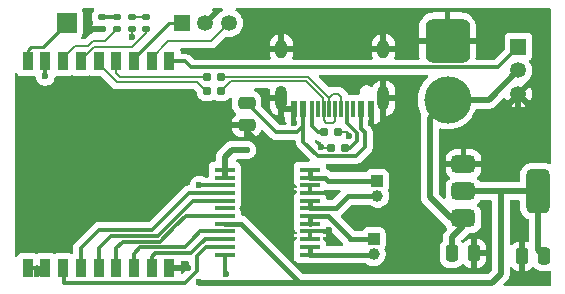
<source format=gtl>
%TF.GenerationSoftware,KiCad,Pcbnew,9.0.3*%
%TF.CreationDate,2025-08-05T23:38:35-05:00*%
%TF.ProjectId,Battle_Bot_Mind,42617474-6c65-45f4-926f-745f4d696e64,rev?*%
%TF.SameCoordinates,Original*%
%TF.FileFunction,Copper,L1,Top*%
%TF.FilePolarity,Positive*%
%FSLAX46Y46*%
G04 Gerber Fmt 4.6, Leading zero omitted, Abs format (unit mm)*
G04 Created by KiCad (PCBNEW 9.0.3) date 2025-08-05 23:38:35*
%MOMM*%
%LPD*%
G01*
G04 APERTURE LIST*
G04 Aperture macros list*
%AMRoundRect*
0 Rectangle with rounded corners*
0 $1 Rounding radius*
0 $2 $3 $4 $5 $6 $7 $8 $9 X,Y pos of 4 corners*
0 Add a 4 corners polygon primitive as box body*
4,1,4,$2,$3,$4,$5,$6,$7,$8,$9,$2,$3,0*
0 Add four circle primitives for the rounded corners*
1,1,$1+$1,$2,$3*
1,1,$1+$1,$4,$5*
1,1,$1+$1,$6,$7*
1,1,$1+$1,$8,$9*
0 Add four rect primitives between the rounded corners*
20,1,$1+$1,$2,$3,$4,$5,0*
20,1,$1+$1,$4,$5,$6,$7,0*
20,1,$1+$1,$6,$7,$8,$9,0*
20,1,$1+$1,$8,$9,$2,$3,0*%
G04 Aperture macros list end*
%TA.AperFunction,ComponentPad*%
%ADD10RoundRect,0.760000X-1.140000X1.140000X-1.140000X-1.140000X1.140000X-1.140000X1.140000X1.140000X0*%
%TD*%
%TA.AperFunction,ComponentPad*%
%ADD11C,4.000000*%
%TD*%
%TA.AperFunction,SMDPad,CuDef*%
%ADD12R,0.900000X1.500000*%
%TD*%
%TA.AperFunction,HeatsinkPad*%
%ADD13C,0.600000*%
%TD*%
%TA.AperFunction,HeatsinkPad*%
%ADD14R,2.900000X2.900000*%
%TD*%
%TA.AperFunction,ComponentPad*%
%ADD15R,1.700000X1.700000*%
%TD*%
%TA.AperFunction,SMDPad,CuDef*%
%ADD16RoundRect,0.135000X0.185000X-0.135000X0.185000X0.135000X-0.185000X0.135000X-0.185000X-0.135000X0*%
%TD*%
%TA.AperFunction,SMDPad,CuDef*%
%ADD17RoundRect,0.160000X0.197500X0.160000X-0.197500X0.160000X-0.197500X-0.160000X0.197500X-0.160000X0*%
%TD*%
%TA.AperFunction,ComponentPad*%
%ADD18R,1.350000X1.350000*%
%TD*%
%TA.AperFunction,ComponentPad*%
%ADD19C,1.350000*%
%TD*%
%TA.AperFunction,SMDPad,CuDef*%
%ADD20RoundRect,0.160000X-0.197500X-0.160000X0.197500X-0.160000X0.197500X0.160000X-0.197500X0.160000X0*%
%TD*%
%TA.AperFunction,ComponentPad*%
%ADD21R,1.000000X1.000000*%
%TD*%
%TA.AperFunction,ComponentPad*%
%ADD22C,1.000000*%
%TD*%
%TA.AperFunction,SMDPad,CuDef*%
%ADD23R,0.600000X1.450000*%
%TD*%
%TA.AperFunction,SMDPad,CuDef*%
%ADD24R,0.300000X1.450000*%
%TD*%
%TA.AperFunction,HeatsinkPad*%
%ADD25O,1.000000X2.100000*%
%TD*%
%TA.AperFunction,HeatsinkPad*%
%ADD26O,1.000000X1.600000*%
%TD*%
%TA.AperFunction,SMDPad,CuDef*%
%ADD27RoundRect,0.147500X0.172500X-0.147500X0.172500X0.147500X-0.172500X0.147500X-0.172500X-0.147500X0*%
%TD*%
%TA.AperFunction,SMDPad,CuDef*%
%ADD28RoundRect,0.250000X-0.475000X0.250000X-0.475000X-0.250000X0.475000X-0.250000X0.475000X0.250000X0*%
%TD*%
%TA.AperFunction,SMDPad,CuDef*%
%ADD29R,1.750000X0.450000*%
%TD*%
%TA.AperFunction,SMDPad,CuDef*%
%ADD30RoundRect,0.375000X-0.625000X-0.375000X0.625000X-0.375000X0.625000X0.375000X-0.625000X0.375000X0*%
%TD*%
%TA.AperFunction,SMDPad,CuDef*%
%ADD31RoundRect,0.500000X-0.500000X-1.400000X0.500000X-1.400000X0.500000X1.400000X-0.500000X1.400000X0*%
%TD*%
%TA.AperFunction,SMDPad,CuDef*%
%ADD32RoundRect,0.250000X-0.250000X-0.475000X0.250000X-0.475000X0.250000X0.475000X-0.250000X0.475000X0*%
%TD*%
%TA.AperFunction,SMDPad,CuDef*%
%ADD33RoundRect,0.250000X0.250000X0.475000X-0.250000X0.475000X-0.250000X-0.475000X0.250000X-0.475000X0*%
%TD*%
%TA.AperFunction,ViaPad*%
%ADD34C,0.600000*%
%TD*%
%TA.AperFunction,Conductor*%
%ADD35C,0.300000*%
%TD*%
%TA.AperFunction,Conductor*%
%ADD36C,0.200000*%
%TD*%
%TA.AperFunction,Conductor*%
%ADD37C,0.500000*%
%TD*%
%TA.AperFunction,Conductor*%
%ADD38C,0.250000*%
%TD*%
%TA.AperFunction,Conductor*%
%ADD39C,0.450000*%
%TD*%
%TA.AperFunction,Conductor*%
%ADD40C,0.350000*%
%TD*%
G04 APERTURE END LIST*
D10*
%TO.P,J2,1,Pin_1*%
%TO.N,GND*%
X142750000Y-73750000D03*
D11*
%TO.P,J2,2,Pin_2*%
%TO.N,+BATT*%
X142750000Y-78750000D03*
%TD*%
D12*
%TO.P,U1,1,3V3*%
%TO.N,+3V3*%
X107200000Y-93000000D03*
%TO.P,U1,2,EN*%
X108700000Y-93000000D03*
%TO.P,U1,3,IO4*%
%TO.N,/PWM_A*%
X110200000Y-93000000D03*
%TO.P,U1,4,IO5*%
%TO.N,/BIN2*%
X111700000Y-93000000D03*
%TO.P,U1,5,IO6*%
%TO.N,/BIN1*%
X113200000Y-93000000D03*
%TO.P,U1,6,IO7*%
%TO.N,/STBY*%
X114700000Y-93000000D03*
%TO.P,U1,7,IO8*%
%TO.N,/AIN1*%
X116200000Y-93000000D03*
%TO.P,U1,8,IO9*%
%TO.N,/AIN2*%
X117700000Y-93000000D03*
%TO.P,U1,9,GND*%
%TO.N,GND*%
X119200000Y-93000000D03*
%TO.P,U1,10,IO10*%
%TO.N,/ESC_PWM*%
X119200000Y-75500000D03*
%TO.P,U1,11,IO20/RXD*%
%TO.N,Net-(DBG1-Pin_3)*%
X117700000Y-75500000D03*
%TO.P,U1,12,IO21/TXD*%
%TO.N,Net-(DBG1-Pin_1)*%
X116200000Y-75500000D03*
%TO.P,U1,13,IO18*%
%TO.N,/USB_D-*%
X114700000Y-75500000D03*
%TO.P,U1,14,IO19*%
%TO.N,/USB_D+*%
X113200000Y-75500000D03*
%TO.P,U1,15,IO3*%
%TO.N,/L1*%
X111700000Y-75500000D03*
%TO.P,U1,16,IO2*%
%TO.N,/L2*%
X110200000Y-75500000D03*
%TO.P,U1,17,IO1*%
%TO.N,/PWM_B*%
X108700000Y-75500000D03*
%TO.P,U1,18,IO0*%
%TO.N,/BOOT*%
X107200000Y-75500000D03*
D13*
%TO.P,U1,19,GND*%
%TO.N,GND*%
X112850000Y-84390000D03*
X113950000Y-84390000D03*
X112300000Y-83840000D03*
X113400000Y-83840000D03*
X114500000Y-83840000D03*
X112850000Y-83290000D03*
D14*
X113400000Y-83290000D03*
D13*
X113950000Y-83290000D03*
X112300000Y-82740000D03*
X113400000Y-82740000D03*
X114500000Y-82740000D03*
X112850000Y-82190000D03*
X113950000Y-82190000D03*
%TD*%
D15*
%TO.P,J4,1,Pin_1*%
%TO.N,/BOOT*%
X110500000Y-72250000D03*
%TD*%
D16*
%TO.P,R4,1*%
%TO.N,/L2*%
X114750000Y-72720000D03*
%TO.P,R4,2*%
%TO.N,Net-(D2-A)*%
X114750000Y-71700000D03*
%TD*%
D17*
%TO.P,R6,1*%
%TO.N,Net-(J1-D--PadA7)*%
X123597500Y-76788000D03*
%TO.P,R6,2*%
%TO.N,/USB_D-*%
X122402500Y-76788000D03*
%TD*%
D18*
%TO.P,DBG1,1,Pin_1*%
%TO.N,Net-(DBG1-Pin_1)*%
X120250000Y-72250000D03*
D19*
%TO.P,DBG1,2,Pin_2*%
%TO.N,GND*%
X122250000Y-72250000D03*
%TO.P,DBG1,3,Pin_3*%
%TO.N,Net-(DBG1-Pin_3)*%
X124250000Y-72250000D03*
%TD*%
D17*
%TO.P,R5,1*%
%TO.N,Net-(J1-D+-PadA6)*%
X123597500Y-78038000D03*
%TO.P,R5,2*%
%TO.N,/USB_D+*%
X122402500Y-78038000D03*
%TD*%
D20*
%TO.P,R1,1*%
%TO.N,GND*%
X132902500Y-82810000D03*
%TO.P,R1,2*%
%TO.N,Net-(J1-CC1)*%
X134097500Y-82810000D03*
%TD*%
D21*
%TO.P,M2,1,Pin_1*%
%TO.N,Net-(M2-Pin_1)*%
X136500000Y-90550000D03*
D22*
%TO.P,M2,2,Pin_2*%
%TO.N,Net-(M2-Pin_2)*%
X136500000Y-91820000D03*
%TD*%
D23*
%TO.P,J1,A1,GND*%
%TO.N,GND*%
X136250000Y-79545000D03*
%TO.P,J1,A4,VBUS*%
%TO.N,VBUS*%
X135450000Y-79545000D03*
D24*
%TO.P,J1,A5,CC1*%
%TO.N,Net-(J1-CC1)*%
X134250000Y-79545000D03*
%TO.P,J1,A6,D+*%
%TO.N,Net-(J1-D+-PadA6)*%
X133250000Y-79545000D03*
%TO.P,J1,A7,D-*%
%TO.N,Net-(J1-D--PadA7)*%
X132750000Y-79545000D03*
%TO.P,J1,A8*%
%TO.N,N/C*%
X131750000Y-79545000D03*
D23*
%TO.P,J1,A9,VBUS*%
%TO.N,VBUS*%
X130550000Y-79545000D03*
%TO.P,J1,A12,GND*%
%TO.N,GND*%
X129750000Y-79545000D03*
%TO.P,J1,B1,GND*%
X129750000Y-79545000D03*
%TO.P,J1,B4,VBUS*%
%TO.N,VBUS*%
X130550000Y-79545000D03*
D24*
%TO.P,J1,B5,CC2*%
%TO.N,Net-(J1-CC2)*%
X131250000Y-79545000D03*
%TO.P,J1,B6,D+*%
%TO.N,Net-(J1-D+-PadA6)*%
X132250000Y-79545000D03*
%TO.P,J1,B7,D-*%
%TO.N,Net-(J1-D--PadA7)*%
X133750000Y-79545000D03*
%TO.P,J1,B8*%
%TO.N,N/C*%
X134750000Y-79545000D03*
D23*
%TO.P,J1,B9,VBUS*%
%TO.N,VBUS*%
X135450000Y-79545000D03*
%TO.P,J1,B12,GND*%
%TO.N,GND*%
X136250000Y-79545000D03*
D25*
%TO.P,J1,S1,SHIELD*%
X137320000Y-78630000D03*
D26*
X137320000Y-74450000D03*
D25*
X128680000Y-78630000D03*
D26*
X128680000Y-74450000D03*
%TD*%
D21*
%TO.P,M1,1,Pin_1*%
%TO.N,Net-(M1-Pin_1)*%
X136800000Y-85625000D03*
D22*
%TO.P,M1,2,Pin_2*%
%TO.N,Net-(M1-Pin_2)*%
X136800000Y-86895000D03*
%TD*%
D27*
%TO.P,D1,1,K*%
%TO.N,GND*%
X116000000Y-72720000D03*
%TO.P,D1,2,A*%
%TO.N,Net-(D1-A)*%
X116000000Y-71750000D03*
%TD*%
D28*
%TO.P,C1,1*%
%TO.N,VBUS*%
X125750000Y-79000000D03*
%TO.P,C1,2*%
%TO.N,GND*%
X125750000Y-80900000D03*
%TD*%
D29*
%TO.P,U2,1,AO1*%
%TO.N,Net-(M2-Pin_2)*%
X131100000Y-91850000D03*
%TO.P,U2,2,AO1*%
X131100000Y-91200000D03*
%TO.P,U2,3,PGND1*%
%TO.N,GND*%
X131100000Y-90550000D03*
%TO.P,U2,4,PGND1*%
X131100000Y-89900000D03*
%TO.P,U2,5,AO2*%
%TO.N,Net-(M2-Pin_1)*%
X131100000Y-89250000D03*
%TO.P,U2,6,AO2*%
X131100000Y-88600000D03*
%TO.P,U2,7,BO2*%
%TO.N,Net-(M1-Pin_2)*%
X131100000Y-87950000D03*
%TO.P,U2,8,BO2*%
X131100000Y-87300000D03*
%TO.P,U2,9,PGND2*%
%TO.N,GND*%
X131100000Y-86650000D03*
%TO.P,U2,10,PGND2*%
X131100000Y-86000000D03*
%TO.P,U2,11,BO1*%
%TO.N,Net-(M1-Pin_1)*%
X131100000Y-85350000D03*
%TO.P,U2,12,BO1*%
X131100000Y-84700000D03*
%TO.P,U2,13,VM2*%
%TO.N,+BATT*%
X123900000Y-84700000D03*
%TO.P,U2,14,VM3*%
X123900000Y-85350000D03*
%TO.P,U2,15,PWMB*%
%TO.N,/PWM_B*%
X123900000Y-86000000D03*
%TO.P,U2,16,BIN2*%
%TO.N,/BIN2*%
X123900000Y-86650000D03*
%TO.P,U2,17,BIN1*%
%TO.N,/BIN1*%
X123900000Y-87300000D03*
%TO.P,U2,18,GND*%
%TO.N,GND*%
X123900000Y-87950000D03*
%TO.P,U2,19,STBY*%
%TO.N,/STBY*%
X123900000Y-88600000D03*
%TO.P,U2,20,VCC*%
%TO.N,+3V3*%
X123900000Y-89250000D03*
%TO.P,U2,21,AIN1*%
%TO.N,/AIN1*%
X123900000Y-89900000D03*
%TO.P,U2,22,AIN2*%
%TO.N,/AIN2*%
X123900000Y-90550000D03*
%TO.P,U2,23,PWMA*%
%TO.N,/PWM_A*%
X123900000Y-91200000D03*
%TO.P,U2,24,VM1*%
%TO.N,+BATT*%
X123900000Y-91850000D03*
%TD*%
D16*
%TO.P,R3,1*%
%TO.N,/L1*%
X117250000Y-72720000D03*
%TO.P,R3,2*%
%TO.N,Net-(D1-A)*%
X117250000Y-71700000D03*
%TD*%
D27*
%TO.P,D2,1,K*%
%TO.N,GND*%
X113500000Y-72720000D03*
%TO.P,D2,2,A*%
%TO.N,Net-(D2-A)*%
X113500000Y-71750000D03*
%TD*%
D30*
%TO.P,U4,1,GND*%
%TO.N,GND*%
X144100000Y-84200000D03*
%TO.P,U4,2,VO*%
%TO.N,+3V3*%
X144100000Y-86500000D03*
D31*
X150400000Y-86500000D03*
D30*
%TO.P,U4,3,VI*%
%TO.N,+BATT*%
X144100000Y-88800000D03*
%TD*%
D32*
%TO.P,C6,1*%
%TO.N,+BATT*%
X143100000Y-91750000D03*
%TO.P,C6,2*%
%TO.N,GND*%
X145000000Y-91750000D03*
%TD*%
D33*
%TO.P,C5,1*%
%TO.N,+3V3*%
X150950000Y-92000000D03*
%TO.P,C5,2*%
%TO.N,GND*%
X149050000Y-92000000D03*
%TD*%
D17*
%TO.P,R2,1*%
%TO.N,GND*%
X133500000Y-81500000D03*
%TO.P,R2,2*%
%TO.N,Net-(J1-CC2)*%
X132305000Y-81500000D03*
%TD*%
D18*
%TO.P,J3,1,Pin_1*%
%TO.N,/ESC_PWM*%
X148750000Y-74250000D03*
D19*
%TO.P,J3,2,Pin_2*%
%TO.N,+BATT*%
X148750000Y-76250000D03*
%TO.P,J3,3,Pin_3*%
%TO.N,GND*%
X148750000Y-78250000D03*
%TD*%
D34*
%TO.N,GND*%
X116000000Y-73470000D03*
X129750000Y-80750000D03*
X148750000Y-80250000D03*
X120750000Y-93000000D03*
X136250000Y-80750000D03*
X147250000Y-84250000D03*
X132000000Y-82750000D03*
X134415380Y-81834620D03*
X132750000Y-86750000D03*
X132750000Y-89750000D03*
X145000000Y-93250000D03*
X112500000Y-72750000D03*
X126250000Y-72750000D03*
X149000000Y-93750000D03*
X126750000Y-82500000D03*
%TO.N,+3V3*%
X121750000Y-94200000D03*
X108000000Y-93500000D03*
%TO.N,+BATT*%
X125750000Y-83000000D03*
X124000000Y-93499000D03*
%TO.N,/PWM_B*%
X121750000Y-86000000D03*
X108700000Y-76750000D03*
%TD*%
D35*
%TO.N,VBUS*%
X135750000Y-81500000D02*
X135450000Y-81200000D01*
X130550000Y-80950000D02*
X130550000Y-79545000D01*
X131750000Y-83500000D02*
X135000000Y-83500000D01*
X130550000Y-82300000D02*
X131750000Y-83500000D01*
X125750000Y-79000000D02*
X128250000Y-81500000D01*
X135750000Y-82750000D02*
X135750000Y-81500000D01*
X130000000Y-81500000D02*
X130375000Y-81125000D01*
X130375000Y-81125000D02*
X130274000Y-81226000D01*
X130375000Y-81125000D02*
X130550000Y-80950000D01*
D36*
X135450000Y-79545000D02*
X135517380Y-79612380D01*
D35*
X135450000Y-81200000D02*
X135450000Y-79545000D01*
X135000000Y-83500000D02*
X135750000Y-82750000D01*
X128250000Y-81500000D02*
X130000000Y-81500000D01*
X130550000Y-80950000D02*
X130550000Y-82300000D01*
%TO.N,GND*%
X119200000Y-93000000D02*
X120750000Y-93000000D01*
X131100000Y-89900000D02*
X132600000Y-89900000D01*
X131100000Y-86000000D02*
X131100000Y-86650000D01*
D36*
X116000000Y-72720000D02*
X116000000Y-73470000D01*
D37*
X125747070Y-80897070D02*
X125743889Y-80897070D01*
D35*
X131100000Y-90550000D02*
X131100000Y-89900000D01*
D36*
X132902500Y-82810000D02*
X132060000Y-82810000D01*
D35*
X131100000Y-86650000D02*
X132650000Y-86650000D01*
D37*
X125750000Y-80900000D02*
X125747070Y-80897070D01*
D36*
X134250000Y-81500000D02*
X134500000Y-81750000D01*
D37*
X149050000Y-92000000D02*
X149050000Y-93700000D01*
D35*
X129750000Y-79545000D02*
X129750000Y-80750000D01*
D36*
X134500000Y-81750000D02*
X134415380Y-81834620D01*
D37*
X147200000Y-84200000D02*
X147250000Y-84250000D01*
X125743889Y-80897070D02*
X125743889Y-81493889D01*
D35*
X132650000Y-86650000D02*
X132750000Y-86750000D01*
D36*
X132060000Y-82810000D02*
X132000000Y-82750000D01*
D37*
X145000000Y-91750000D02*
X145000000Y-93250000D01*
D38*
X112530000Y-72720000D02*
X112500000Y-72750000D01*
D37*
X148750000Y-78250000D02*
X148750000Y-80250000D01*
D35*
X132600000Y-89900000D02*
X132750000Y-89750000D01*
D37*
X125743889Y-81493889D02*
X126750000Y-82500000D01*
D36*
X133500000Y-81500000D02*
X134250000Y-81500000D01*
D37*
X144100000Y-84200000D02*
X147200000Y-84200000D01*
D38*
X113500000Y-72720000D02*
X112530000Y-72720000D01*
D37*
X149050000Y-93700000D02*
X149000000Y-93750000D01*
D35*
X136250000Y-79545000D02*
X136250000Y-80750000D01*
%TO.N,Net-(J1-CC1)*%
X134454999Y-82810000D02*
X134097500Y-82810000D01*
X134250000Y-80750000D02*
X134250000Y-79545000D01*
X135066380Y-82198619D02*
X134454999Y-82810000D01*
X135066380Y-81566380D02*
X135066380Y-82198619D01*
X134250000Y-80750000D02*
X135066380Y-81566380D01*
D36*
%TO.N,Net-(J1-D--PadA7)*%
X123597500Y-76788000D02*
X130970000Y-76788000D01*
X133750000Y-79545000D02*
X133750000Y-78500000D01*
X133750000Y-78500000D02*
X133500000Y-78250000D01*
X132750000Y-78568000D02*
X132750000Y-79545000D01*
X133068000Y-78250000D02*
X132750000Y-78568000D01*
X133500000Y-78250000D02*
X133068000Y-78250000D01*
X130970000Y-76788000D02*
X132750000Y-78568000D01*
%TO.N,Net-(J1-D+-PadA6)*%
X132201000Y-79496000D02*
X132201000Y-78586100D01*
X133250000Y-79545000D02*
X133250000Y-80522000D01*
X133250000Y-80522000D02*
X133022000Y-80750000D01*
X124446500Y-77189000D02*
X123597500Y-78038000D01*
X132250000Y-79545000D02*
X132201000Y-79496000D01*
X132250000Y-80500000D02*
X132250000Y-79545000D01*
X132500000Y-80750000D02*
X132250000Y-80500000D01*
X132201000Y-78586100D02*
X130803900Y-77189000D01*
X133022000Y-80750000D02*
X132500000Y-80750000D01*
X130803900Y-77189000D02*
X124446500Y-77189000D01*
D35*
%TO.N,Net-(J1-CC2)*%
X131750000Y-81500000D02*
X132305000Y-81500000D01*
X131250000Y-81000000D02*
X131750000Y-81500000D01*
X131250000Y-81000000D02*
X131250000Y-79545000D01*
D36*
%TO.N,/USB_D+*%
X113200000Y-75700000D02*
X114750000Y-77250000D01*
X113200000Y-75500000D02*
X113200000Y-75700000D01*
X114750000Y-77250000D02*
X121500000Y-77250000D01*
X122402500Y-78038000D02*
X122288000Y-78038000D01*
X122288000Y-78038000D02*
X121500000Y-77250000D01*
%TO.N,/USB_D-*%
X114700000Y-76488000D02*
X115000000Y-76788000D01*
X122402500Y-76788000D02*
X115000000Y-76788000D01*
X114700000Y-75500000D02*
X114700000Y-76488000D01*
D37*
%TO.N,+3V3*%
X144100000Y-86500000D02*
X147250000Y-86500000D01*
X108000000Y-93500000D02*
X108000000Y-93000000D01*
X147250000Y-86500000D02*
X150400000Y-86500000D01*
X130250000Y-94249000D02*
X130000000Y-94249000D01*
X150400000Y-91450000D02*
X150950000Y-92000000D01*
X147250000Y-93500000D02*
X146501000Y-94249000D01*
D35*
X108000000Y-93000000D02*
X108700000Y-93000000D01*
D37*
X121750000Y-94249000D02*
X121750000Y-94200000D01*
D39*
X125251000Y-89250000D02*
X130250000Y-94249000D01*
D37*
X130000000Y-94249000D02*
X126250000Y-94249000D01*
D35*
X107200000Y-93000000D02*
X108000000Y-93000000D01*
D37*
X126250000Y-94249000D02*
X121750000Y-94249000D01*
X150400000Y-86500000D02*
X150400000Y-91450000D01*
X146501000Y-94249000D02*
X130250000Y-94249000D01*
D39*
X123900000Y-89250000D02*
X125251000Y-89250000D01*
D37*
X147250000Y-86500000D02*
X147250000Y-93500000D01*
D40*
%TO.N,+BATT*%
X123900000Y-91850000D02*
X123900000Y-93400000D01*
D37*
X123900000Y-84700000D02*
X123900000Y-85324000D01*
X144100000Y-88800000D02*
X143050000Y-88800000D01*
X142750000Y-78750000D02*
X141250000Y-80250000D01*
X144100000Y-88800000D02*
X144100000Y-89400000D01*
D40*
X124000000Y-93500000D02*
X124000000Y-93499000D01*
D37*
X123900000Y-84700000D02*
X123900000Y-83600000D01*
X146250000Y-78750000D02*
X148750000Y-76250000D01*
D40*
X123900000Y-93400000D02*
X124000000Y-93500000D01*
D37*
X123900000Y-83600000D02*
X124500000Y-83000000D01*
X143100000Y-90400000D02*
X143100000Y-91750000D01*
X144100000Y-89400000D02*
X143100000Y-90400000D01*
X143050000Y-88800000D02*
X141250000Y-87000000D01*
X125750000Y-83000000D02*
X124500000Y-83000000D01*
X142750000Y-78750000D02*
X146250000Y-78750000D01*
X141250000Y-80250000D02*
X141250000Y-87000000D01*
D38*
%TO.N,/BOOT*%
X107200000Y-74550000D02*
X107200000Y-75500000D01*
X107500000Y-74250000D02*
X107200000Y-74550000D01*
D35*
X109950000Y-72300000D02*
X110000000Y-72250000D01*
D38*
X108250000Y-74250000D02*
X108500000Y-74250000D01*
X108250000Y-74250000D02*
X107500000Y-74250000D01*
X108500000Y-74250000D02*
X110500000Y-72250000D01*
D40*
%TO.N,Net-(D2-A)*%
X114750000Y-71700000D02*
X113550000Y-71700000D01*
X113550000Y-71700000D02*
X113500000Y-71750000D01*
D39*
%TO.N,Net-(M1-Pin_2)*%
X133300000Y-87950000D02*
X134355000Y-86895000D01*
X131100000Y-87300000D02*
X131100000Y-87950000D01*
X134355000Y-86895000D02*
X136800000Y-86895000D01*
X131100000Y-87950000D02*
X133300000Y-87950000D01*
%TO.N,Net-(M1-Pin_1)*%
X132350000Y-85350000D02*
X132625000Y-85625000D01*
X131100000Y-84700000D02*
X131100000Y-85350000D01*
X131100000Y-85350000D02*
X132350000Y-85350000D01*
X132625000Y-85625000D02*
X136800000Y-85625000D01*
%TO.N,Net-(M2-Pin_2)*%
X136470000Y-91850000D02*
X136500000Y-91820000D01*
X131100000Y-91200000D02*
X131100000Y-91850000D01*
X131100000Y-91850000D02*
X136470000Y-91850000D01*
%TO.N,Net-(M2-Pin_1)*%
X132626720Y-88600000D02*
X134500000Y-90473280D01*
X131100000Y-88600000D02*
X131100000Y-89250000D01*
X131100000Y-88600000D02*
X132626720Y-88600000D01*
X134500000Y-90500000D02*
X134550000Y-90550000D01*
X134500000Y-90473280D02*
X134500000Y-90500000D01*
X134550000Y-90550000D02*
X136500000Y-90550000D01*
D36*
%TO.N,/L1*%
X117250000Y-73069943D02*
X116069943Y-74250000D01*
X117250000Y-72720000D02*
X117250000Y-73069943D01*
X117200000Y-72770000D02*
X117250000Y-72720000D01*
X111700000Y-75369943D02*
X111700000Y-75500000D01*
X112819943Y-74250000D02*
X111700000Y-75369943D01*
X116069943Y-74250000D02*
X112819943Y-74250000D01*
D38*
%TO.N,Net-(DBG1-Pin_1)*%
X116200000Y-75500000D02*
X116200000Y-75200000D01*
X119150000Y-72250000D02*
X120250000Y-72250000D01*
X116200000Y-75200000D02*
X119150000Y-72250000D01*
D35*
%TO.N,/ESC_PWM*%
X148750000Y-74250000D02*
X146999000Y-76001000D01*
X146999000Y-76001000D02*
X121001000Y-76001000D01*
X120500000Y-75500000D02*
X119200000Y-75500000D01*
X121001000Y-76001000D02*
X120500000Y-75500000D01*
%TO.N,/PWM_B*%
X108700000Y-75500000D02*
X108700000Y-76750000D01*
X121750000Y-86000000D02*
X123900000Y-86000000D01*
%TO.N,/PWM_A*%
X120500000Y-94250000D02*
X110250000Y-94250000D01*
X123900000Y-91200000D02*
X122300000Y-91200000D01*
X110250000Y-94250000D02*
X110250000Y-92410000D01*
X121500000Y-93250000D02*
X120500000Y-94250000D01*
X122300000Y-91200000D02*
X121500000Y-92000000D01*
X121500000Y-92000000D02*
X121500000Y-93250000D01*
D36*
%TO.N,Net-(DBG1-Pin_3)*%
X124250000Y-72250000D02*
X122700000Y-73800000D01*
X119100000Y-73800000D02*
X117700000Y-75200000D01*
X117700000Y-75200000D02*
X117700000Y-75500000D01*
X122700000Y-73800000D02*
X119100000Y-73800000D01*
D35*
%TO.N,/AIN2*%
X122241480Y-90550000D02*
X121895740Y-90895740D01*
X123900000Y-90550000D02*
X122241480Y-90550000D01*
X121895740Y-90895740D02*
X121040479Y-91751000D01*
X117700000Y-92050000D02*
X117700000Y-93000000D01*
X122092480Y-90699000D02*
X121895740Y-90895740D01*
X117999000Y-91751000D02*
X117700000Y-92050000D01*
X121040479Y-91751000D02*
X117999000Y-91751000D01*
%TO.N,/AIN1*%
X116200000Y-93000000D02*
X116200000Y-91800000D01*
X116750000Y-91250000D02*
X120000000Y-91250000D01*
X123900000Y-89900000D02*
X121832958Y-89900000D01*
X116200000Y-91800000D02*
X116750000Y-91250000D01*
X121832958Y-89900000D02*
X121116479Y-90616479D01*
X120482959Y-91250000D02*
X120000000Y-91250000D01*
X121116479Y-90616479D02*
X120482959Y-91250000D01*
%TO.N,/STBY*%
X123900000Y-88600000D02*
X120583520Y-88600000D01*
X120583520Y-88600000D02*
X119716760Y-89466760D01*
X118433520Y-90750000D02*
X117500000Y-90750000D01*
X119716760Y-89466760D02*
X118433520Y-90750000D01*
X117500000Y-90750000D02*
X115250000Y-90750000D01*
X114700000Y-91300000D02*
X114700000Y-93000000D01*
X115250000Y-90750000D02*
X114700000Y-91300000D01*
%TO.N,/BIN1*%
X123900000Y-87300000D02*
X121175000Y-87300000D01*
X120737500Y-87737500D02*
X118225000Y-90250000D01*
X118225000Y-90250000D02*
X117500000Y-90250000D01*
X121175000Y-87300000D02*
X120737500Y-87737500D01*
X117500000Y-90250000D02*
X114250000Y-90250000D01*
X114250000Y-90250000D02*
X113200000Y-91300000D01*
X113200000Y-91300000D02*
X113200000Y-93000000D01*
%TO.N,/BIN2*%
X120850000Y-86650000D02*
X120250000Y-87250000D01*
X123900000Y-86650000D02*
X120850000Y-86650000D01*
X113250000Y-89750000D02*
X117750000Y-89750000D01*
X117750000Y-89750000D02*
X120250000Y-87250000D01*
X111700000Y-91300000D02*
X113250000Y-89750000D01*
X111700000Y-93000000D02*
X111700000Y-91300000D01*
D36*
%TO.N,Net-(D1-A)*%
X117250000Y-71700000D02*
X116050000Y-71700000D01*
X116050000Y-71700000D02*
X116000000Y-71750000D01*
%TO.N,/L2*%
X111200000Y-74200000D02*
X112302843Y-74200000D01*
D35*
X110250000Y-75550000D02*
X110200000Y-75500000D01*
D36*
X110200000Y-75500000D02*
X110200000Y-75050000D01*
X112302843Y-74200000D02*
X112752843Y-73750000D01*
X110200000Y-75200000D02*
X110200000Y-75500000D01*
X114750000Y-72750000D02*
X113750000Y-73750000D01*
X112752843Y-73750000D02*
X113000000Y-73750000D01*
X113750000Y-73750000D02*
X113000000Y-73750000D01*
D35*
X110200000Y-75500000D02*
X110200000Y-74950000D01*
D36*
X114750000Y-72720000D02*
X114750000Y-72750000D01*
X111200000Y-74200000D02*
X110200000Y-75200000D01*
%TD*%
%TA.AperFunction,Conductor*%
%TO.N,GND*%
G36*
X148842540Y-87270185D02*
G01*
X148888295Y-87322989D01*
X148899501Y-87374500D01*
X148899501Y-87958034D01*
X148910113Y-88077415D01*
X148966089Y-88273045D01*
X148966090Y-88273048D01*
X148966091Y-88273049D01*
X149060302Y-88453407D01*
X149060304Y-88453409D01*
X149188890Y-88611109D01*
X149281314Y-88686470D01*
X149346593Y-88739698D01*
X149526951Y-88833909D01*
X149559613Y-88843254D01*
X149618647Y-88880618D01*
X149648112Y-88943971D01*
X149649500Y-88962469D01*
X149649500Y-90678988D01*
X149629815Y-90746027D01*
X149577011Y-90791782D01*
X149507853Y-90801726D01*
X149486498Y-90796694D01*
X149452704Y-90785496D01*
X149452690Y-90785493D01*
X149349986Y-90775000D01*
X149300000Y-90775000D01*
X149300000Y-93224999D01*
X149349972Y-93224999D01*
X149349986Y-93224998D01*
X149452697Y-93214505D01*
X149619119Y-93159358D01*
X149619124Y-93159356D01*
X149768345Y-93067315D01*
X149892318Y-92943342D01*
X149894165Y-92940348D01*
X149895969Y-92938724D01*
X149896798Y-92937677D01*
X149896976Y-92937818D01*
X149946110Y-92893621D01*
X150015073Y-92882396D01*
X150079156Y-92910236D01*
X150105243Y-92940341D01*
X150107288Y-92943656D01*
X150231344Y-93067712D01*
X150380666Y-93159814D01*
X150547203Y-93214999D01*
X150649991Y-93225500D01*
X151250008Y-93225499D01*
X151250016Y-93225498D01*
X151250019Y-93225498D01*
X151359533Y-93214311D01*
X151359752Y-93216462D01*
X151419204Y-93220905D01*
X151475003Y-93262954D01*
X151499212Y-93328496D01*
X151499500Y-93336948D01*
X151499500Y-94375500D01*
X151479815Y-94442539D01*
X151427011Y-94488294D01*
X151375500Y-94499500D01*
X147611230Y-94499500D01*
X147544191Y-94479815D01*
X147498436Y-94427011D01*
X147488492Y-94357853D01*
X147517517Y-94294297D01*
X147523549Y-94287819D01*
X147832947Y-93978421D01*
X147832952Y-93978416D01*
X147851611Y-93950489D01*
X147889678Y-93893519D01*
X147889680Y-93893514D01*
X147889686Y-93893506D01*
X147915084Y-93855495D01*
X147971658Y-93718913D01*
X147981096Y-93671462D01*
X148000500Y-93573920D01*
X148000500Y-93035523D01*
X148020185Y-92968484D01*
X148072989Y-92922729D01*
X148142147Y-92912785D01*
X148205703Y-92941810D01*
X148212181Y-92947842D01*
X148331654Y-93067315D01*
X148480875Y-93159356D01*
X148480880Y-93159358D01*
X148647302Y-93214505D01*
X148647309Y-93214506D01*
X148750019Y-93224999D01*
X148799999Y-93224998D01*
X148800000Y-93224998D01*
X148800000Y-90775000D01*
X148799999Y-90774999D01*
X148750029Y-90775000D01*
X148750011Y-90775001D01*
X148647302Y-90785494D01*
X148480880Y-90840641D01*
X148480875Y-90840643D01*
X148331654Y-90932684D01*
X148212181Y-91052158D01*
X148150858Y-91085643D01*
X148081166Y-91080659D01*
X148025233Y-91038787D01*
X148000816Y-90973323D01*
X148000500Y-90964477D01*
X148000500Y-87374500D01*
X148020185Y-87307461D01*
X148072989Y-87261706D01*
X148124500Y-87250500D01*
X148775501Y-87250500D01*
X148842540Y-87270185D01*
G37*
%TD.AperFunction*%
%TA.AperFunction,Conductor*%
G36*
X120792539Y-92421185D02*
G01*
X120838294Y-92473989D01*
X120849500Y-92525500D01*
X120849500Y-92929192D01*
X120829815Y-92996231D01*
X120813181Y-93016873D01*
X120361681Y-93468373D01*
X120300358Y-93501858D01*
X120230666Y-93496874D01*
X120174733Y-93455002D01*
X120150316Y-93389538D01*
X120150000Y-93380692D01*
X120150000Y-93250000D01*
X119324000Y-93250000D01*
X119256961Y-93230315D01*
X119211206Y-93177511D01*
X119200000Y-93126000D01*
X119200000Y-92874000D01*
X119219685Y-92806961D01*
X119272489Y-92761206D01*
X119324000Y-92750000D01*
X120150000Y-92750000D01*
X120150000Y-92525500D01*
X120169685Y-92458461D01*
X120222489Y-92412706D01*
X120274000Y-92401500D01*
X120725500Y-92401500D01*
X120792539Y-92421185D01*
G37*
%TD.AperFunction*%
%TA.AperFunction,Conductor*%
G36*
X106305203Y-76495721D02*
G01*
X106323262Y-76515118D01*
X106392454Y-76607546D01*
X106417775Y-76626501D01*
X106507664Y-76693793D01*
X106507671Y-76693797D01*
X106642517Y-76744091D01*
X106642516Y-76744091D01*
X106649444Y-76744835D01*
X106702127Y-76750500D01*
X107697872Y-76750499D01*
X107757483Y-76744091D01*
X107757482Y-76744091D01*
X107765196Y-76743262D01*
X107765504Y-76746131D01*
X107821674Y-76749116D01*
X107878365Y-76789956D01*
X107902093Y-76841881D01*
X107930261Y-76983489D01*
X107930264Y-76983501D01*
X107990602Y-77129172D01*
X107990609Y-77129185D01*
X108078210Y-77260288D01*
X108078213Y-77260292D01*
X108189707Y-77371786D01*
X108189711Y-77371789D01*
X108320814Y-77459390D01*
X108320827Y-77459397D01*
X108466498Y-77519735D01*
X108466503Y-77519737D01*
X108621153Y-77550499D01*
X108621156Y-77550500D01*
X108621158Y-77550500D01*
X108778844Y-77550500D01*
X108778845Y-77550499D01*
X108933497Y-77519737D01*
X109079179Y-77459394D01*
X109210289Y-77371789D01*
X109321789Y-77260289D01*
X109409394Y-77129179D01*
X109469737Y-76983497D01*
X109497906Y-76841879D01*
X109530290Y-76779970D01*
X109591006Y-76745396D01*
X109634574Y-76745398D01*
X109634804Y-76743262D01*
X109651387Y-76745044D01*
X109702127Y-76750500D01*
X110697872Y-76750499D01*
X110757483Y-76744091D01*
X110892331Y-76693796D01*
X110892333Y-76693794D01*
X110900640Y-76690696D01*
X110901285Y-76692426D01*
X110958837Y-76679902D01*
X110998988Y-76691691D01*
X110999360Y-76690696D01*
X111007666Y-76693794D01*
X111007669Y-76693796D01*
X111142517Y-76744091D01*
X111202127Y-76750500D01*
X112197872Y-76750499D01*
X112257483Y-76744091D01*
X112392331Y-76693796D01*
X112392333Y-76693794D01*
X112400640Y-76690696D01*
X112401285Y-76692426D01*
X112458837Y-76679902D01*
X112498988Y-76691691D01*
X112499360Y-76690696D01*
X112507666Y-76693794D01*
X112507669Y-76693796D01*
X112642517Y-76744091D01*
X112702127Y-76750500D01*
X113349902Y-76750499D01*
X113416941Y-76770183D01*
X113437583Y-76786818D01*
X114265139Y-77614374D01*
X114265149Y-77614385D01*
X114269479Y-77618715D01*
X114269480Y-77618716D01*
X114381284Y-77730520D01*
X114448767Y-77769481D01*
X114518215Y-77809577D01*
X114670943Y-77850501D01*
X114670946Y-77850501D01*
X114836653Y-77850501D01*
X114836669Y-77850500D01*
X121199903Y-77850500D01*
X121266942Y-77870185D01*
X121287584Y-77886819D01*
X121508181Y-78107416D01*
X121541666Y-78168739D01*
X121544500Y-78195095D01*
X121544500Y-78251378D01*
X121544501Y-78251380D01*
X121550546Y-78317925D01*
X121550548Y-78317933D01*
X121598265Y-78471066D01*
X121598267Y-78471070D01*
X121681242Y-78608329D01*
X121681246Y-78608334D01*
X121794665Y-78721753D01*
X121794670Y-78721757D01*
X121931929Y-78804732D01*
X121931933Y-78804734D01*
X121986100Y-78821612D01*
X122085067Y-78852452D01*
X122151619Y-78858500D01*
X122653380Y-78858499D01*
X122653388Y-78858499D01*
X122719926Y-78852453D01*
X122719927Y-78852452D01*
X122719933Y-78852452D01*
X122873069Y-78804733D01*
X122935850Y-78766779D01*
X123003405Y-78748944D01*
X123064149Y-78766779D01*
X123126931Y-78804733D01*
X123126934Y-78804734D01*
X123126933Y-78804734D01*
X123181100Y-78821612D01*
X123280067Y-78852452D01*
X123346619Y-78858500D01*
X123848380Y-78858499D01*
X123848388Y-78858499D01*
X123914926Y-78852453D01*
X123914927Y-78852452D01*
X123914933Y-78852452D01*
X124068069Y-78804733D01*
X124151992Y-78754000D01*
X124205329Y-78721757D01*
X124205329Y-78721756D01*
X124205335Y-78721753D01*
X124312822Y-78614265D01*
X124374141Y-78580783D01*
X124443833Y-78585767D01*
X124499767Y-78627638D01*
X124524184Y-78693102D01*
X124524500Y-78701949D01*
X124524500Y-79300001D01*
X124524501Y-79300019D01*
X124535000Y-79402796D01*
X124535001Y-79402799D01*
X124576081Y-79526769D01*
X124590186Y-79569334D01*
X124682288Y-79718656D01*
X124806344Y-79842712D01*
X124809628Y-79844737D01*
X124809653Y-79844753D01*
X124811445Y-79846746D01*
X124812011Y-79847193D01*
X124811934Y-79847289D01*
X124856379Y-79896699D01*
X124867603Y-79965661D01*
X124839761Y-80029744D01*
X124809665Y-80055826D01*
X124806660Y-80057679D01*
X124806655Y-80057683D01*
X124682684Y-80181654D01*
X124590643Y-80330875D01*
X124590641Y-80330880D01*
X124535494Y-80497302D01*
X124535493Y-80497309D01*
X124525000Y-80600013D01*
X124525000Y-80650000D01*
X125626000Y-80650000D01*
X125693039Y-80669685D01*
X125738794Y-80722489D01*
X125750000Y-80774000D01*
X125750000Y-80900000D01*
X125876000Y-80900000D01*
X125943039Y-80919685D01*
X125988794Y-80972489D01*
X126000000Y-81024000D01*
X126000000Y-81899999D01*
X126274972Y-81899999D01*
X126274986Y-81899998D01*
X126377697Y-81889505D01*
X126544119Y-81834358D01*
X126544124Y-81834356D01*
X126693345Y-81742315D01*
X126817315Y-81618345D01*
X126909356Y-81469124D01*
X126909359Y-81469117D01*
X126943145Y-81367156D01*
X126982917Y-81309711D01*
X127047432Y-81282887D01*
X127116208Y-81295201D01*
X127148532Y-81318478D01*
X127835325Y-82005272D01*
X127835328Y-82005274D01*
X127835331Y-82005277D01*
X127932699Y-82070335D01*
X127932700Y-82070336D01*
X127941871Y-82076464D01*
X127941872Y-82076464D01*
X127941873Y-82076465D01*
X128060256Y-82125501D01*
X128060260Y-82125501D01*
X128060261Y-82125502D01*
X128185928Y-82150500D01*
X128185931Y-82150500D01*
X129775500Y-82150500D01*
X129781045Y-82152128D01*
X129786716Y-82151008D01*
X129814197Y-82161863D01*
X129842539Y-82170185D01*
X129846323Y-82174552D01*
X129851700Y-82176676D01*
X129868950Y-82200665D01*
X129888294Y-82222989D01*
X129889995Y-82229931D01*
X129892491Y-82233402D01*
X129896256Y-82255482D01*
X129899331Y-82268028D01*
X129899500Y-82271261D01*
X129899500Y-82364069D01*
X129904333Y-82388363D01*
X129906078Y-82397138D01*
X129906079Y-82397147D01*
X129924492Y-82489711D01*
X129924499Y-82489744D01*
X129973535Y-82608127D01*
X130044723Y-82714669D01*
X130044726Y-82714673D01*
X131092872Y-83762819D01*
X131126357Y-83824142D01*
X131121373Y-83893834D01*
X131079501Y-83949767D01*
X131014037Y-83974184D01*
X131005191Y-83974500D01*
X130177129Y-83974500D01*
X130177123Y-83974501D01*
X130117516Y-83980908D01*
X129982671Y-84031202D01*
X129982664Y-84031206D01*
X129867455Y-84117452D01*
X129867452Y-84117455D01*
X129781206Y-84232664D01*
X129781202Y-84232671D01*
X129730910Y-84367513D01*
X129730909Y-84367517D01*
X129724500Y-84427127D01*
X129724500Y-84427134D01*
X129724500Y-84427135D01*
X129724500Y-84972869D01*
X129724501Y-84972878D01*
X129728679Y-85011745D01*
X129728679Y-85038250D01*
X129724500Y-85077122D01*
X129724500Y-85622869D01*
X129724501Y-85622880D01*
X129727289Y-85648822D01*
X129727291Y-85648827D01*
X129730909Y-85682483D01*
X129781204Y-85817331D01*
X129858929Y-85921158D01*
X129867455Y-85932547D01*
X129959876Y-86001734D01*
X130001747Y-86057668D01*
X130006731Y-86127359D01*
X129973245Y-86188682D01*
X129911922Y-86222166D01*
X129885565Y-86225000D01*
X129725000Y-86225000D01*
X129725000Y-86272835D01*
X129729183Y-86311748D01*
X129729183Y-86338252D01*
X129725000Y-86377164D01*
X129725000Y-86425000D01*
X129885565Y-86425000D01*
X129952604Y-86444685D01*
X129998359Y-86497489D01*
X130008303Y-86566647D01*
X129979278Y-86630203D01*
X129959876Y-86648266D01*
X129867455Y-86717452D01*
X129797525Y-86810865D01*
X129797523Y-86810868D01*
X129781204Y-86832669D01*
X129730909Y-86967517D01*
X129727291Y-87001167D01*
X129727289Y-87001173D01*
X129724500Y-87027122D01*
X129724500Y-87572869D01*
X129724501Y-87572878D01*
X129728679Y-87611745D01*
X129728679Y-87638250D01*
X129724500Y-87677122D01*
X129724500Y-88222869D01*
X129724501Y-88222878D01*
X129728679Y-88261745D01*
X129728679Y-88288250D01*
X129724500Y-88327122D01*
X129724500Y-88872869D01*
X129724501Y-88872878D01*
X129728679Y-88911745D01*
X129728679Y-88938250D01*
X129724500Y-88977122D01*
X129724500Y-89522869D01*
X129724501Y-89522880D01*
X129727289Y-89548822D01*
X129727291Y-89548827D01*
X129730909Y-89582483D01*
X129781204Y-89717331D01*
X129848831Y-89807669D01*
X129867455Y-89832547D01*
X129959876Y-89901734D01*
X130001747Y-89957668D01*
X130006731Y-90027359D01*
X129973245Y-90088682D01*
X129911922Y-90122166D01*
X129885565Y-90125000D01*
X129725000Y-90125000D01*
X129725000Y-90172835D01*
X129729183Y-90211748D01*
X129729183Y-90238252D01*
X129725000Y-90277164D01*
X129725000Y-90325000D01*
X129885565Y-90325000D01*
X129952604Y-90344685D01*
X129998359Y-90397489D01*
X130008303Y-90466647D01*
X129979278Y-90530203D01*
X129959876Y-90548266D01*
X129867455Y-90617452D01*
X129797525Y-90710865D01*
X129797523Y-90710868D01*
X129781204Y-90732669D01*
X129730909Y-90867517D01*
X129727291Y-90901167D01*
X129727289Y-90901173D01*
X129724500Y-90927122D01*
X129724500Y-91472869D01*
X129724501Y-91472878D01*
X129728679Y-91511745D01*
X129728679Y-91538250D01*
X129724500Y-91577122D01*
X129724500Y-92122870D01*
X129724501Y-92122876D01*
X129730908Y-92182483D01*
X129781202Y-92317328D01*
X129781206Y-92317335D01*
X129867452Y-92432544D01*
X129867455Y-92432547D01*
X129982664Y-92518793D01*
X129982671Y-92518797D01*
X130117517Y-92569091D01*
X130117516Y-92569091D01*
X130124444Y-92569835D01*
X130177127Y-92575500D01*
X131018542Y-92575499D01*
X131018556Y-92575500D01*
X131028545Y-92575500D01*
X135792218Y-92575500D01*
X135859257Y-92595185D01*
X135861109Y-92596398D01*
X136026079Y-92706628D01*
X136026092Y-92706635D01*
X136130786Y-92750000D01*
X136208165Y-92782051D01*
X136208169Y-92782051D01*
X136208170Y-92782052D01*
X136401456Y-92820500D01*
X136401459Y-92820500D01*
X136598543Y-92820500D01*
X136730085Y-92794334D01*
X136791835Y-92782051D01*
X136973914Y-92706632D01*
X137137782Y-92597139D01*
X137277139Y-92457782D01*
X137386632Y-92293914D01*
X137462051Y-92111835D01*
X137500500Y-91918541D01*
X137500500Y-91721459D01*
X137500500Y-91721456D01*
X137462052Y-91528170D01*
X137462051Y-91528169D01*
X137462051Y-91528165D01*
X137419680Y-91425873D01*
X137412212Y-91356407D01*
X137434977Y-91304111D01*
X137443796Y-91292331D01*
X137494091Y-91157483D01*
X137500500Y-91097873D01*
X137500499Y-90002128D01*
X137494091Y-89942517D01*
X137486282Y-89921581D01*
X137443797Y-89807671D01*
X137443793Y-89807664D01*
X137357547Y-89692455D01*
X137357544Y-89692452D01*
X137242335Y-89606206D01*
X137242328Y-89606202D01*
X137107482Y-89555908D01*
X137107483Y-89555908D01*
X137047883Y-89549501D01*
X137047881Y-89549500D01*
X137047873Y-89549500D01*
X137047864Y-89549500D01*
X135952129Y-89549500D01*
X135952123Y-89549501D01*
X135892516Y-89555908D01*
X135757671Y-89606202D01*
X135757664Y-89606206D01*
X135642456Y-89692452D01*
X135642455Y-89692453D01*
X135642454Y-89692454D01*
X135604762Y-89742804D01*
X135580802Y-89774811D01*
X135524868Y-89816682D01*
X135481535Y-89824500D01*
X134928594Y-89824500D01*
X134861555Y-89804815D01*
X134840913Y-89788181D01*
X133751450Y-88698718D01*
X133717965Y-88637395D01*
X133722949Y-88567703D01*
X133758406Y-88518073D01*
X133758173Y-88517840D01*
X133759574Y-88516438D01*
X133760478Y-88515174D01*
X133762470Y-88513538D01*
X133762480Y-88513532D01*
X134619193Y-87656819D01*
X134680516Y-87623334D01*
X134706874Y-87620500D01*
X136059216Y-87620500D01*
X136126255Y-87640185D01*
X136146897Y-87656819D01*
X136162214Y-87672136D01*
X136162218Y-87672139D01*
X136326079Y-87781628D01*
X136326092Y-87781635D01*
X136508160Y-87857049D01*
X136508165Y-87857051D01*
X136508169Y-87857051D01*
X136508170Y-87857052D01*
X136701456Y-87895500D01*
X136701459Y-87895500D01*
X136898543Y-87895500D01*
X137028582Y-87869632D01*
X137091835Y-87857051D01*
X137273914Y-87781632D01*
X137437782Y-87672139D01*
X137577139Y-87532782D01*
X137686632Y-87368914D01*
X137762051Y-87186835D01*
X137783524Y-87078884D01*
X137800500Y-86993543D01*
X137800500Y-86796456D01*
X137762052Y-86603170D01*
X137762051Y-86603169D01*
X137762051Y-86603165D01*
X137719680Y-86500873D01*
X137712212Y-86431407D01*
X137734977Y-86379111D01*
X137743796Y-86367331D01*
X137794091Y-86232483D01*
X137800500Y-86172873D01*
X137800499Y-85077128D01*
X137794091Y-85017517D01*
X137791938Y-85011745D01*
X137743797Y-84882671D01*
X137743793Y-84882664D01*
X137657547Y-84767455D01*
X137657544Y-84767452D01*
X137542335Y-84681206D01*
X137542328Y-84681202D01*
X137407482Y-84630908D01*
X137407483Y-84630908D01*
X137347883Y-84624501D01*
X137347881Y-84624500D01*
X137347873Y-84624500D01*
X137347864Y-84624500D01*
X136252129Y-84624500D01*
X136252123Y-84624501D01*
X136192516Y-84630908D01*
X136057671Y-84681202D01*
X136057664Y-84681206D01*
X135942456Y-84767452D01*
X135942455Y-84767453D01*
X135942454Y-84767454D01*
X135880802Y-84849811D01*
X135824868Y-84891682D01*
X135781535Y-84899500D01*
X132976874Y-84899500D01*
X132909835Y-84879815D01*
X132889197Y-84863185D01*
X132812480Y-84786468D01*
X132693653Y-84707071D01*
X132561620Y-84652381D01*
X132561619Y-84652380D01*
X132555992Y-84650050D01*
X132556648Y-84648466D01*
X132505047Y-84614632D01*
X132476605Y-84550814D01*
X132475499Y-84534291D01*
X132475499Y-84427129D01*
X132475498Y-84427123D01*
X132471388Y-84388891D01*
X132469091Y-84367517D01*
X132450559Y-84317832D01*
X132445576Y-84248142D01*
X132479061Y-84186819D01*
X132540384Y-84153334D01*
X132566742Y-84150500D01*
X135064071Y-84150500D01*
X135148615Y-84133682D01*
X135189744Y-84125501D01*
X135308127Y-84076465D01*
X135414669Y-84005277D01*
X136255276Y-83164669D01*
X136326465Y-83058127D01*
X136375501Y-82939744D01*
X136379198Y-82921158D01*
X136400500Y-82814069D01*
X136400500Y-81435931D01*
X136400500Y-81435928D01*
X136375502Y-81310261D01*
X136375501Y-81310260D01*
X136375501Y-81310256D01*
X136326465Y-81191873D01*
X136326465Y-81191872D01*
X136308289Y-81164671D01*
X136308287Y-81164667D01*
X136255278Y-81085332D01*
X136255272Y-81085325D01*
X136136819Y-80966872D01*
X136122115Y-80939944D01*
X136105523Y-80914126D01*
X136104631Y-80907925D01*
X136103334Y-80905549D01*
X136100500Y-80879191D01*
X136100500Y-80678230D01*
X136120185Y-80611191D01*
X136125233Y-80603919D01*
X136128157Y-80600013D01*
X136193796Y-80512331D01*
X136244091Y-80377483D01*
X136250500Y-80317873D01*
X136250499Y-79668998D01*
X136253049Y-79660313D01*
X136251761Y-79651353D01*
X136262738Y-79627316D01*
X136270183Y-79601961D01*
X136277025Y-79596032D01*
X136280786Y-79587797D01*
X136303017Y-79573510D01*
X136322987Y-79556206D01*
X136333502Y-79553918D01*
X136339564Y-79550023D01*
X136374499Y-79545000D01*
X136376000Y-79545000D01*
X136443039Y-79564685D01*
X136488794Y-79617489D01*
X136500000Y-79669000D01*
X136500000Y-80770000D01*
X136597828Y-80770000D01*
X136597844Y-80769999D01*
X136657372Y-80763598D01*
X136657379Y-80763596D01*
X136792086Y-80713354D01*
X136792093Y-80713350D01*
X136907187Y-80627190D01*
X136907190Y-80627187D01*
X136993350Y-80512093D01*
X136993354Y-80512086D01*
X137043596Y-80377379D01*
X137043598Y-80377372D01*
X137049999Y-80317844D01*
X137050000Y-80317827D01*
X137050000Y-80224923D01*
X137069685Y-80157884D01*
X137070000Y-80157530D01*
X137070000Y-79346988D01*
X137079940Y-79364205D01*
X137135795Y-79420060D01*
X137204204Y-79459556D01*
X137280504Y-79480000D01*
X137359496Y-79480000D01*
X137435796Y-79459556D01*
X137504205Y-79420060D01*
X137560060Y-79364205D01*
X137570000Y-79346988D01*
X137570000Y-80149862D01*
X137611690Y-80141569D01*
X137611692Y-80141569D01*
X137793671Y-80066192D01*
X137793684Y-80066185D01*
X137957462Y-79956751D01*
X137957466Y-79956748D01*
X138096748Y-79817466D01*
X138096751Y-79817462D01*
X138206185Y-79653684D01*
X138206192Y-79653671D01*
X138281569Y-79471693D01*
X138281572Y-79471681D01*
X138319999Y-79278495D01*
X138320000Y-79278492D01*
X138320000Y-78880000D01*
X137620000Y-78880000D01*
X137620000Y-78380000D01*
X138320000Y-78380000D01*
X138320000Y-77981508D01*
X138319999Y-77981504D01*
X138281572Y-77788318D01*
X138281569Y-77788306D01*
X138206192Y-77606328D01*
X138206185Y-77606315D01*
X138096751Y-77442537D01*
X138096748Y-77442533D01*
X137957466Y-77303251D01*
X137957462Y-77303248D01*
X137793684Y-77193814D01*
X137793671Y-77193807D01*
X137611691Y-77118429D01*
X137611683Y-77118427D01*
X137570000Y-77110135D01*
X137570000Y-77913011D01*
X137560060Y-77895795D01*
X137504205Y-77839940D01*
X137435796Y-77800444D01*
X137359496Y-77780000D01*
X137280504Y-77780000D01*
X137204204Y-77800444D01*
X137135795Y-77839940D01*
X137079940Y-77895795D01*
X137070000Y-77913011D01*
X137070000Y-77110136D01*
X137069999Y-77110135D01*
X137028316Y-77118427D01*
X137028308Y-77118429D01*
X136846328Y-77193807D01*
X136846315Y-77193814D01*
X136682537Y-77303248D01*
X136682533Y-77303251D01*
X136543248Y-77442536D01*
X136430427Y-77611387D01*
X136429003Y-77610435D01*
X136385742Y-77654451D01*
X136317600Y-77669892D01*
X136251927Y-77646041D01*
X136249907Y-77644306D01*
X136249811Y-77644432D01*
X136243367Y-77639487D01*
X136243365Y-77639485D01*
X136177750Y-77601602D01*
X136112136Y-77563719D01*
X136018228Y-77538557D01*
X135965766Y-77524500D01*
X135814234Y-77524500D01*
X135667863Y-77563719D01*
X135536635Y-77639485D01*
X135536632Y-77639487D01*
X135429487Y-77746632D01*
X135429485Y-77746635D01*
X135353719Y-77877863D01*
X135314500Y-78024234D01*
X135314500Y-78175768D01*
X135314967Y-78179316D01*
X135314500Y-78182310D01*
X135314500Y-78183893D01*
X135314253Y-78183893D01*
X135312757Y-78193482D01*
X135315439Y-78207567D01*
X135307481Y-78227313D01*
X135304201Y-78248351D01*
X135294682Y-78259074D01*
X135289324Y-78272373D01*
X135271953Y-78284683D01*
X135257821Y-78300606D01*
X135242934Y-78305248D01*
X135232319Y-78312772D01*
X135203245Y-78317626D01*
X135197647Y-78319373D01*
X135194833Y-78319500D01*
X135102128Y-78319501D01*
X135042517Y-78325909D01*
X135040987Y-78326479D01*
X135030615Y-78326950D01*
X135028236Y-78326367D01*
X135011742Y-78326367D01*
X135007483Y-78325909D01*
X134947873Y-78319500D01*
X134947864Y-78319500D01*
X134552130Y-78319500D01*
X134552119Y-78319501D01*
X134513253Y-78323679D01*
X134493218Y-78324203D01*
X134489957Y-78324024D01*
X134447873Y-78319500D01*
X134407388Y-78319500D01*
X134403993Y-78319314D01*
X134374133Y-78308740D01*
X134343738Y-78299815D01*
X134341091Y-78297039D01*
X134338131Y-78295991D01*
X134329622Y-78285011D01*
X134303390Y-78257500D01*
X134230520Y-78131284D01*
X134118716Y-78019480D01*
X134118715Y-78019479D01*
X134114385Y-78015149D01*
X134114374Y-78015139D01*
X133987590Y-77888355D01*
X133987588Y-77888352D01*
X133868716Y-77769480D01*
X133868714Y-77769479D01*
X133829146Y-77746635D01*
X133781904Y-77719360D01*
X133781904Y-77719359D01*
X133781900Y-77719358D01*
X133731785Y-77690423D01*
X133579057Y-77649499D01*
X133420943Y-77649499D01*
X133413347Y-77649499D01*
X133413331Y-77649500D01*
X133154669Y-77649500D01*
X133154653Y-77649499D01*
X133147057Y-77649499D01*
X132988943Y-77649499D01*
X132839781Y-77689467D01*
X132836200Y-77690427D01*
X132831741Y-77692274D01*
X132762271Y-77699734D01*
X132699796Y-77668451D01*
X132696623Y-77665388D01*
X131894416Y-76863181D01*
X131860931Y-76801858D01*
X131865915Y-76732166D01*
X131907787Y-76676233D01*
X131973251Y-76651816D01*
X131982097Y-76651500D01*
X141016573Y-76651500D01*
X141083612Y-76671185D01*
X141129367Y-76723989D01*
X141139311Y-76793147D01*
X141110286Y-76856703D01*
X141093886Y-76872447D01*
X141081175Y-76882583D01*
X140882583Y-77081175D01*
X140707476Y-77300753D01*
X140558053Y-77538557D01*
X140436200Y-77791588D01*
X140343443Y-78056670D01*
X140343439Y-78056682D01*
X140280945Y-78330487D01*
X140280942Y-78330505D01*
X140249500Y-78609568D01*
X140249500Y-78890431D01*
X140280942Y-79169494D01*
X140280945Y-79169512D01*
X140343439Y-79443317D01*
X140343443Y-79443329D01*
X140436200Y-79708411D01*
X140436203Y-79708419D01*
X140533514Y-79910487D01*
X140544866Y-79979428D01*
X140536357Y-80011736D01*
X140528899Y-80029744D01*
X140528341Y-80031090D01*
X140528340Y-80031093D01*
X140499500Y-80176079D01*
X140499500Y-80176082D01*
X140499500Y-87073918D01*
X140499500Y-87073920D01*
X140499499Y-87073920D01*
X140528340Y-87218907D01*
X140528343Y-87218917D01*
X140584914Y-87355492D01*
X140617812Y-87404727D01*
X140617813Y-87404730D01*
X140667046Y-87478414D01*
X140667052Y-87478421D01*
X142571580Y-89382948D01*
X142571581Y-89382949D01*
X142571584Y-89382951D01*
X142595231Y-89398751D01*
X142638764Y-89449537D01*
X142643798Y-89460354D01*
X142648359Y-89478693D01*
X142712767Y-89608560D01*
X142713417Y-89609957D01*
X142718415Y-89643039D01*
X142724234Y-89675984D01*
X142723616Y-89677460D01*
X142723855Y-89679042D01*
X142710176Y-89709569D01*
X142697257Y-89740436D01*
X142695445Y-89742444D01*
X142695285Y-89742804D01*
X142694889Y-89743062D01*
X142688675Y-89749955D01*
X142517049Y-89921581D01*
X142467812Y-89995271D01*
X142434921Y-90044496D01*
X142434914Y-90044508D01*
X142378342Y-90181086D01*
X142378340Y-90181092D01*
X142349500Y-90326079D01*
X142349500Y-90662770D01*
X142329815Y-90729809D01*
X142313181Y-90750451D01*
X142257289Y-90806342D01*
X142165187Y-90955663D01*
X142165185Y-90955668D01*
X142151062Y-90998288D01*
X142110001Y-91122203D01*
X142110001Y-91122204D01*
X142110000Y-91122204D01*
X142099500Y-91224983D01*
X142099500Y-92275001D01*
X142099501Y-92275019D01*
X142110000Y-92377796D01*
X142110001Y-92377799D01*
X142156724Y-92518797D01*
X142165186Y-92544334D01*
X142257288Y-92693656D01*
X142381344Y-92817712D01*
X142530666Y-92909814D01*
X142697203Y-92964999D01*
X142799991Y-92975500D01*
X143400008Y-92975499D01*
X143400016Y-92975498D01*
X143400019Y-92975498D01*
X143468681Y-92968484D01*
X143502797Y-92964999D01*
X143669334Y-92909814D01*
X143818656Y-92817712D01*
X143942712Y-92693656D01*
X143944752Y-92690347D01*
X143946745Y-92688555D01*
X143947193Y-92687989D01*
X143947289Y-92688065D01*
X143996694Y-92643623D01*
X144065656Y-92632395D01*
X144129740Y-92660234D01*
X144155829Y-92690339D01*
X144157681Y-92693341D01*
X144157683Y-92693344D01*
X144281654Y-92817315D01*
X144430875Y-92909356D01*
X144430880Y-92909358D01*
X144597302Y-92964505D01*
X144597309Y-92964506D01*
X144700019Y-92974999D01*
X145250000Y-92974999D01*
X145299972Y-92974999D01*
X145299986Y-92974998D01*
X145402697Y-92964505D01*
X145569119Y-92909358D01*
X145569124Y-92909356D01*
X145718345Y-92817315D01*
X145842315Y-92693345D01*
X145934356Y-92544124D01*
X145934358Y-92544119D01*
X145989505Y-92377697D01*
X145989506Y-92377690D01*
X145999999Y-92274986D01*
X146000000Y-92274973D01*
X146000000Y-92000000D01*
X145250000Y-92000000D01*
X145250000Y-92974999D01*
X144700019Y-92974999D01*
X144749999Y-92974998D01*
X144750000Y-92974998D01*
X144750000Y-91500000D01*
X145250000Y-91500000D01*
X145999999Y-91500000D01*
X145999999Y-91225028D01*
X145999998Y-91225013D01*
X145989505Y-91122302D01*
X145934358Y-90955880D01*
X145934356Y-90955875D01*
X145842315Y-90806654D01*
X145718345Y-90682684D01*
X145569124Y-90590643D01*
X145569119Y-90590641D01*
X145402697Y-90535494D01*
X145402690Y-90535493D01*
X145299986Y-90525000D01*
X145250000Y-90525000D01*
X145250000Y-91500000D01*
X144750000Y-91500000D01*
X144750000Y-90525000D01*
X144749999Y-90524999D01*
X144700029Y-90525000D01*
X144700011Y-90525001D01*
X144597302Y-90535494D01*
X144430880Y-90590641D01*
X144430875Y-90590643D01*
X144281654Y-90682684D01*
X144157683Y-90806655D01*
X144157679Y-90806660D01*
X144155826Y-90809665D01*
X144154018Y-90811290D01*
X144153202Y-90812323D01*
X144153025Y-90812183D01*
X144133965Y-90829323D01*
X144114025Y-90850927D01*
X144108284Y-90852418D01*
X144103874Y-90856385D01*
X144074856Y-90861104D01*
X144046401Y-90868498D01*
X144040764Y-90866648D01*
X144034911Y-90867601D01*
X144007952Y-90855884D01*
X143980012Y-90846719D01*
X143975184Y-90841643D01*
X143970831Y-90839752D01*
X143954077Y-90822780D01*
X143948991Y-90816524D01*
X143942712Y-90806344D01*
X143932033Y-90795665D01*
X143928013Y-90790720D01*
X143916870Y-90764143D01*
X143903063Y-90738857D01*
X143903530Y-90732324D01*
X143900998Y-90726285D01*
X143905991Y-90697908D01*
X143908047Y-90669165D01*
X143912181Y-90662731D01*
X143913107Y-90657472D01*
X143921189Y-90648715D01*
X143936546Y-90624820D01*
X144474548Y-90086817D01*
X144535871Y-90053333D01*
X144562229Y-90050499D01*
X144801123Y-90050499D01*
X144801123Y-90050498D01*
X144843889Y-90047600D01*
X145028693Y-90001641D01*
X145199296Y-89917030D01*
X145347722Y-89797722D01*
X145467030Y-89649296D01*
X145551641Y-89478693D01*
X145597600Y-89293889D01*
X145600500Y-89251123D01*
X145600499Y-88348878D01*
X145597600Y-88306111D01*
X145551641Y-88121307D01*
X145500135Y-88017454D01*
X145467032Y-87950707D01*
X145467030Y-87950704D01*
X145347722Y-87802278D01*
X145347721Y-87802277D01*
X145278514Y-87746647D01*
X145238595Y-87689304D01*
X145236015Y-87619482D01*
X145271594Y-87559349D01*
X145278514Y-87553353D01*
X145287909Y-87545800D01*
X145347722Y-87497722D01*
X145467030Y-87349296D01*
X145481854Y-87319406D01*
X145529275Y-87268093D01*
X145592942Y-87250500D01*
X146375500Y-87250500D01*
X146442539Y-87270185D01*
X146488294Y-87322989D01*
X146499500Y-87374500D01*
X146499500Y-93137770D01*
X146479815Y-93204809D01*
X146463181Y-93225451D01*
X146226451Y-93462181D01*
X146165128Y-93495666D01*
X146138770Y-93498500D01*
X130576874Y-93498500D01*
X130509835Y-93478815D01*
X130489193Y-93462181D01*
X125713483Y-88686470D01*
X125713482Y-88686469D01*
X125600696Y-88611109D01*
X125594653Y-88607071D01*
X125499610Y-88567703D01*
X125462620Y-88552381D01*
X125462615Y-88552380D01*
X125375306Y-88535012D01*
X125349101Y-88521303D01*
X125321772Y-88510010D01*
X125318489Y-88505290D01*
X125313396Y-88502626D01*
X125298761Y-88476926D01*
X125281877Y-88452650D01*
X125280655Y-88445128D01*
X125278822Y-88441910D01*
X125275582Y-88417922D01*
X125275499Y-88415650D01*
X125275499Y-88327128D01*
X125270599Y-88281553D01*
X125270440Y-88277177D01*
X125271067Y-88274710D01*
X125271068Y-88259393D01*
X125274999Y-88222833D01*
X125275000Y-88222819D01*
X125275000Y-88175000D01*
X125259388Y-88159388D01*
X125245516Y-88155315D01*
X125241330Y-88151418D01*
X125238246Y-88150268D01*
X125213289Y-88125312D01*
X125177433Y-88077415D01*
X125137678Y-88024309D01*
X125113261Y-87958848D01*
X125128112Y-87890575D01*
X125137673Y-87875696D01*
X125208088Y-87781635D01*
X125213289Y-87774688D01*
X125261105Y-87738894D01*
X125275000Y-87725000D01*
X125275000Y-87677182D01*
X125274999Y-87677164D01*
X125271068Y-87640602D01*
X125271068Y-87614094D01*
X125275500Y-87572873D01*
X125275499Y-87027128D01*
X125275499Y-87027127D01*
X125275498Y-87027111D01*
X125271320Y-86988253D01*
X125271320Y-86961747D01*
X125275500Y-86922873D01*
X125275499Y-86377128D01*
X125275498Y-86377111D01*
X125271320Y-86338253D01*
X125271320Y-86311747D01*
X125275500Y-86272873D01*
X125275499Y-85727128D01*
X125275498Y-85727111D01*
X125271320Y-85688253D01*
X125271320Y-85661747D01*
X125275500Y-85622873D01*
X125275499Y-85077128D01*
X125275499Y-85077127D01*
X125275498Y-85077111D01*
X125271320Y-85038253D01*
X125271320Y-85011745D01*
X125275500Y-84972873D01*
X125275499Y-84427128D01*
X125269091Y-84367517D01*
X125250560Y-84317834D01*
X125218797Y-84232671D01*
X125218793Y-84232664D01*
X125132547Y-84117455D01*
X125132544Y-84117452D01*
X125017335Y-84031206D01*
X125017328Y-84031202D01*
X124908686Y-83990682D01*
X124852752Y-83948811D01*
X124828335Y-83883347D01*
X124843186Y-83815074D01*
X124892591Y-83765668D01*
X124952019Y-83750500D01*
X125445396Y-83750500D01*
X125492844Y-83759937D01*
X125516503Y-83769737D01*
X125516508Y-83769738D01*
X125516511Y-83769739D01*
X125671153Y-83800499D01*
X125671156Y-83800500D01*
X125671158Y-83800500D01*
X125828844Y-83800500D01*
X125828845Y-83800499D01*
X125983497Y-83769737D01*
X126129179Y-83709394D01*
X126260289Y-83621789D01*
X126371789Y-83510289D01*
X126459394Y-83379179D01*
X126519737Y-83233497D01*
X126550500Y-83078842D01*
X126550500Y-82921158D01*
X126550500Y-82921155D01*
X126550499Y-82921153D01*
X126529199Y-82814071D01*
X126519737Y-82766503D01*
X126519735Y-82766498D01*
X126459397Y-82620827D01*
X126459390Y-82620814D01*
X126371789Y-82489711D01*
X126371786Y-82489707D01*
X126260292Y-82378213D01*
X126260288Y-82378210D01*
X126129185Y-82290609D01*
X126129172Y-82290602D01*
X125983501Y-82230264D01*
X125983489Y-82230261D01*
X125828845Y-82199500D01*
X125828842Y-82199500D01*
X125671158Y-82199500D01*
X125671155Y-82199500D01*
X125516511Y-82230260D01*
X125516506Y-82230262D01*
X125516504Y-82230262D01*
X125516503Y-82230263D01*
X125492844Y-82240062D01*
X125445396Y-82249500D01*
X124426080Y-82249500D01*
X124281092Y-82278340D01*
X124281082Y-82278343D01*
X124144511Y-82334912D01*
X124144498Y-82334919D01*
X124021584Y-82417048D01*
X124021580Y-82417051D01*
X123317052Y-83121578D01*
X123317051Y-83121579D01*
X123271507Y-83189743D01*
X123271506Y-83189744D01*
X123234914Y-83244507D01*
X123178343Y-83381082D01*
X123178340Y-83381092D01*
X123149500Y-83526079D01*
X123149500Y-83850500D01*
X123129815Y-83917539D01*
X123077011Y-83963294D01*
X123025502Y-83974500D01*
X122977131Y-83974500D01*
X122977123Y-83974501D01*
X122917516Y-83980908D01*
X122782671Y-84031202D01*
X122782664Y-84031206D01*
X122667455Y-84117452D01*
X122667452Y-84117455D01*
X122581206Y-84232664D01*
X122581202Y-84232671D01*
X122530910Y-84367513D01*
X122530909Y-84367517D01*
X122524500Y-84427127D01*
X122524500Y-84427134D01*
X122524500Y-84427135D01*
X122524500Y-84972869D01*
X122524501Y-84972878D01*
X122528679Y-85011745D01*
X122529352Y-85028020D01*
X122529226Y-85033159D01*
X122524500Y-85077127D01*
X122524500Y-85227005D01*
X122524463Y-85228523D01*
X122514247Y-85260414D01*
X122504815Y-85292539D01*
X122503628Y-85293566D01*
X122503150Y-85295062D01*
X122477296Y-85316383D01*
X122452011Y-85338294D01*
X122450270Y-85338672D01*
X122449247Y-85339517D01*
X122442940Y-85340267D01*
X122400500Y-85349500D01*
X122254935Y-85349500D01*
X122187896Y-85329815D01*
X122186090Y-85328633D01*
X122129179Y-85290606D01*
X122129172Y-85290602D01*
X121983501Y-85230264D01*
X121983489Y-85230261D01*
X121828845Y-85199500D01*
X121828842Y-85199500D01*
X121671158Y-85199500D01*
X121671155Y-85199500D01*
X121516510Y-85230261D01*
X121516498Y-85230264D01*
X121370827Y-85290602D01*
X121370814Y-85290609D01*
X121239711Y-85378210D01*
X121239707Y-85378213D01*
X121128213Y-85489707D01*
X121128210Y-85489711D01*
X121040609Y-85620814D01*
X121040602Y-85620827D01*
X120980264Y-85766498D01*
X120980261Y-85766508D01*
X120953769Y-85899692D01*
X120921384Y-85961603D01*
X120860668Y-85996177D01*
X120832152Y-85999500D01*
X120785929Y-85999500D01*
X120660261Y-86024497D01*
X120660255Y-86024499D01*
X120541875Y-86073533D01*
X120541866Y-86073538D01*
X120435331Y-86144723D01*
X120435327Y-86144726D01*
X119817889Y-86762164D01*
X117516873Y-89063181D01*
X117455550Y-89096666D01*
X117429192Y-89099500D01*
X113185929Y-89099500D01*
X113060261Y-89124497D01*
X113060255Y-89124499D01*
X112941874Y-89173534D01*
X112835326Y-89244726D01*
X111194726Y-90885326D01*
X111129496Y-90982952D01*
X111129495Y-90982954D01*
X111123533Y-90991875D01*
X111074499Y-91110255D01*
X111074497Y-91110261D01*
X111049500Y-91235928D01*
X111049500Y-91686230D01*
X111029815Y-91753269D01*
X110977011Y-91799024D01*
X110907853Y-91808968D01*
X110882168Y-91802412D01*
X110757485Y-91755909D01*
X110757483Y-91755908D01*
X110697883Y-91749501D01*
X110697881Y-91749500D01*
X110697873Y-91749500D01*
X110697864Y-91749500D01*
X109702129Y-91749500D01*
X109702123Y-91749501D01*
X109642516Y-91755908D01*
X109499359Y-91809303D01*
X109498714Y-91807575D01*
X109441147Y-91820095D01*
X109401011Y-91808310D01*
X109400641Y-91809303D01*
X109257482Y-91755908D01*
X109257483Y-91755908D01*
X109197883Y-91749501D01*
X109197881Y-91749500D01*
X109197873Y-91749500D01*
X109197864Y-91749500D01*
X108202129Y-91749500D01*
X108202123Y-91749501D01*
X108142516Y-91755908D01*
X107999359Y-91809303D01*
X107998714Y-91807575D01*
X107941147Y-91820095D01*
X107901011Y-91808310D01*
X107900641Y-91809303D01*
X107757482Y-91755908D01*
X107757483Y-91755908D01*
X107697883Y-91749501D01*
X107697881Y-91749500D01*
X107697873Y-91749500D01*
X107697864Y-91749500D01*
X106702129Y-91749500D01*
X106702123Y-91749501D01*
X106642516Y-91755908D01*
X106507671Y-91806202D01*
X106507664Y-91806206D01*
X106392455Y-91892452D01*
X106392452Y-91892455D01*
X106323266Y-91984876D01*
X106267332Y-92026747D01*
X106197641Y-92031731D01*
X106136318Y-91998245D01*
X106102834Y-91936922D01*
X106100000Y-91910565D01*
X106100000Y-81199986D01*
X124525001Y-81199986D01*
X124535494Y-81302697D01*
X124590641Y-81469119D01*
X124590643Y-81469124D01*
X124682684Y-81618345D01*
X124806654Y-81742315D01*
X124955875Y-81834356D01*
X124955880Y-81834358D01*
X125122302Y-81889505D01*
X125122309Y-81889506D01*
X125225019Y-81899999D01*
X125499999Y-81899999D01*
X125500000Y-81899998D01*
X125500000Y-81150000D01*
X124525001Y-81150000D01*
X124525001Y-81199986D01*
X106100000Y-81199986D01*
X106100000Y-76589434D01*
X106119685Y-76522395D01*
X106172489Y-76476640D01*
X106241647Y-76466696D01*
X106305203Y-76495721D01*
G37*
%TD.AperFunction*%
%TA.AperFunction,Conductor*%
G36*
X132591140Y-89631855D02*
G01*
X132618688Y-89633826D01*
X132626425Y-89638798D01*
X132632602Y-89640014D01*
X132641255Y-89648329D01*
X132663035Y-89662327D01*
X133874028Y-90873320D01*
X133889446Y-90892106D01*
X133915842Y-90931611D01*
X133936719Y-90998288D01*
X133918234Y-91065668D01*
X133866255Y-91112357D01*
X133812739Y-91124500D01*
X132599499Y-91124500D01*
X132532460Y-91104815D01*
X132486705Y-91052011D01*
X132475499Y-91000500D01*
X132475499Y-90927129D01*
X132475499Y-90927128D01*
X132471067Y-90885898D01*
X132471068Y-90859393D01*
X132474999Y-90822833D01*
X132475000Y-90822819D01*
X132475000Y-90775000D01*
X132459388Y-90759388D01*
X132445516Y-90755315D01*
X132413289Y-90725312D01*
X132366680Y-90663051D01*
X132332546Y-90617454D01*
X132332544Y-90617453D01*
X132332544Y-90617452D01*
X132240124Y-90548266D01*
X132198253Y-90492332D01*
X132193269Y-90422641D01*
X132226755Y-90361318D01*
X132288078Y-90327834D01*
X132314435Y-90325000D01*
X132475000Y-90325000D01*
X132475000Y-90277179D01*
X132474999Y-90277168D01*
X132470815Y-90238258D01*
X132470815Y-90211742D01*
X132474999Y-90172831D01*
X132475000Y-90172821D01*
X132475000Y-90125000D01*
X132314435Y-90125000D01*
X132247396Y-90105315D01*
X132201641Y-90052511D01*
X132191697Y-89983353D01*
X132220722Y-89919797D01*
X132240124Y-89901734D01*
X132298432Y-89858083D01*
X132332546Y-89832546D01*
X132399727Y-89742804D01*
X132413289Y-89724688D01*
X132436283Y-89701232D01*
X132499082Y-89652240D01*
X132524759Y-89642075D01*
X132548996Y-89628842D01*
X132556786Y-89629399D01*
X132564047Y-89626525D01*
X132591140Y-89631855D01*
G37*
%TD.AperFunction*%
%TA.AperFunction,Conductor*%
G36*
X133641165Y-86370185D02*
G01*
X133686920Y-86422989D01*
X133696864Y-86492147D01*
X133667839Y-86555703D01*
X133661807Y-86562181D01*
X133035807Y-87188181D01*
X132974484Y-87221666D01*
X132948126Y-87224500D01*
X132599499Y-87224500D01*
X132593227Y-87222658D01*
X132586799Y-87223848D01*
X132560113Y-87212935D01*
X132532460Y-87204815D01*
X132528180Y-87199876D01*
X132522128Y-87197401D01*
X132505577Y-87173791D01*
X132486705Y-87152011D01*
X132484843Y-87144213D01*
X132482022Y-87140188D01*
X132477907Y-87115154D01*
X132475599Y-87105483D01*
X132475499Y-87102996D01*
X132475499Y-87027128D01*
X132470623Y-86981773D01*
X132470457Y-86977633D01*
X132471067Y-86975195D01*
X132471068Y-86959393D01*
X132474999Y-86922833D01*
X132475000Y-86922819D01*
X132475000Y-86875000D01*
X132459388Y-86859388D01*
X132445516Y-86855315D01*
X132413289Y-86825312D01*
X132366016Y-86762164D01*
X132332546Y-86717454D01*
X132332544Y-86717453D01*
X132332544Y-86717452D01*
X132240124Y-86648266D01*
X132198253Y-86592332D01*
X132193269Y-86522641D01*
X132226755Y-86461318D01*
X132288078Y-86427834D01*
X132314435Y-86425000D01*
X132475000Y-86425000D01*
X132511319Y-86388681D01*
X132513658Y-86391020D01*
X132547489Y-86361706D01*
X132599000Y-86350500D01*
X133574126Y-86350500D01*
X133641165Y-86370185D01*
G37*
%TD.AperFunction*%
%TA.AperFunction,Conductor*%
G36*
X151442539Y-71020185D02*
G01*
X151488294Y-71072989D01*
X151499500Y-71124500D01*
X151499500Y-84079709D01*
X151479815Y-84146748D01*
X151427011Y-84192503D01*
X151357853Y-84202447D01*
X151318089Y-84189618D01*
X151273047Y-84166090D01*
X151189370Y-84142147D01*
X151077418Y-84110114D01*
X151077415Y-84110113D01*
X151077413Y-84110113D01*
X151011102Y-84104217D01*
X150958037Y-84099500D01*
X150958032Y-84099500D01*
X149841971Y-84099500D01*
X149841965Y-84099500D01*
X149841964Y-84099501D01*
X149830316Y-84100536D01*
X149722584Y-84110113D01*
X149526954Y-84166089D01*
X149457351Y-84202447D01*
X149346593Y-84260302D01*
X149346591Y-84260303D01*
X149346590Y-84260304D01*
X149188890Y-84388890D01*
X149060304Y-84546590D01*
X149060302Y-84546593D01*
X149019607Y-84624500D01*
X148966089Y-84726954D01*
X148910114Y-84922583D01*
X148910113Y-84922586D01*
X148905642Y-84972878D01*
X148901674Y-85017517D01*
X148899500Y-85041966D01*
X148899500Y-85625500D01*
X148879815Y-85692539D01*
X148827011Y-85738294D01*
X148775500Y-85749500D01*
X145592942Y-85749500D01*
X145525903Y-85729815D01*
X145481854Y-85680594D01*
X145467030Y-85650704D01*
X145347724Y-85502280D01*
X145347722Y-85502278D01*
X145278112Y-85446324D01*
X145238196Y-85388985D01*
X145235616Y-85319163D01*
X145271194Y-85259030D01*
X145278115Y-85253033D01*
X145347366Y-85197367D01*
X145347367Y-85197366D01*
X145466607Y-85049025D01*
X145466609Y-85049022D01*
X145551168Y-84878523D01*
X145597102Y-84693824D01*
X145600000Y-84651096D01*
X145600000Y-84450000D01*
X142600000Y-84450000D01*
X142600000Y-84651096D01*
X142602897Y-84693824D01*
X142648831Y-84878523D01*
X142733390Y-85049022D01*
X142733392Y-85049025D01*
X142852630Y-85197364D01*
X142921884Y-85253031D01*
X142961803Y-85310375D01*
X142964383Y-85380197D01*
X142928805Y-85440329D01*
X142921885Y-85446326D01*
X142852276Y-85502280D01*
X142732969Y-85650704D01*
X142732967Y-85650707D01*
X142648360Y-85821302D01*
X142602400Y-86006107D01*
X142599500Y-86048879D01*
X142599500Y-86951122D01*
X142599501Y-86951127D01*
X142601649Y-86982818D01*
X142586543Y-87051035D01*
X142536954Y-87100256D01*
X142468626Y-87114853D01*
X142403253Y-87090192D01*
X142390252Y-87078884D01*
X142036819Y-86725451D01*
X142003334Y-86664128D01*
X142000500Y-86637770D01*
X142000500Y-83748903D01*
X142600000Y-83748903D01*
X142600000Y-83950000D01*
X143850000Y-83950000D01*
X144350000Y-83950000D01*
X145600000Y-83950000D01*
X145600000Y-83748903D01*
X145597102Y-83706175D01*
X145551168Y-83521476D01*
X145466609Y-83350977D01*
X145466607Y-83350974D01*
X145347367Y-83202633D01*
X145347366Y-83202632D01*
X145199025Y-83083392D01*
X145199022Y-83083390D01*
X145028523Y-82998831D01*
X144843824Y-82952897D01*
X144801097Y-82950000D01*
X144350000Y-82950000D01*
X144350000Y-83950000D01*
X143850000Y-83950000D01*
X143850000Y-82950000D01*
X143398903Y-82950000D01*
X143356175Y-82952897D01*
X143171476Y-82998831D01*
X143000977Y-83083390D01*
X143000974Y-83083392D01*
X142852633Y-83202632D01*
X142852632Y-83202633D01*
X142733392Y-83350974D01*
X142733390Y-83350977D01*
X142648831Y-83521476D01*
X142602897Y-83706175D01*
X142600000Y-83748903D01*
X142000500Y-83748903D01*
X142000500Y-81299227D01*
X142020185Y-81232188D01*
X142072989Y-81186433D01*
X142142147Y-81176489D01*
X142152071Y-81178332D01*
X142330491Y-81219055D01*
X142330500Y-81219056D01*
X142330505Y-81219057D01*
X142516547Y-81240018D01*
X142609569Y-81250499D01*
X142609572Y-81250500D01*
X142609575Y-81250500D01*
X142890428Y-81250500D01*
X142890429Y-81250499D01*
X143067754Y-81230520D01*
X143169494Y-81219057D01*
X143169499Y-81219056D01*
X143169509Y-81219055D01*
X143443318Y-81156560D01*
X143708408Y-81063801D01*
X143961445Y-80941945D01*
X144199248Y-80792523D01*
X144418825Y-80617416D01*
X144617416Y-80418825D01*
X144792523Y-80199248D01*
X144941945Y-79961445D01*
X145063801Y-79708408D01*
X145095615Y-79617489D01*
X145107493Y-79583545D01*
X145148215Y-79526769D01*
X145213167Y-79501022D01*
X145224534Y-79500500D01*
X146323920Y-79500500D01*
X146426976Y-79480000D01*
X146468913Y-79471658D01*
X146605495Y-79415084D01*
X146623885Y-79402796D01*
X146657109Y-79380597D01*
X146657110Y-79380596D01*
X146681641Y-79364205D01*
X146728416Y-79332952D01*
X147444247Y-78617120D01*
X147505567Y-78583637D01*
X147575258Y-78588621D01*
X147631192Y-78630492D01*
X147649856Y-78666485D01*
X147661083Y-78701040D01*
X147661084Y-78701043D01*
X147745050Y-78865834D01*
X147760015Y-78886430D01*
X148350000Y-78296445D01*
X148350000Y-78302661D01*
X148377259Y-78404394D01*
X148429920Y-78495606D01*
X148504394Y-78570080D01*
X148595606Y-78622741D01*
X148697339Y-78650000D01*
X148703553Y-78650000D01*
X148113568Y-79239983D01*
X148113568Y-79239984D01*
X148134165Y-79254949D01*
X148298956Y-79338915D01*
X148298959Y-79338916D01*
X148474852Y-79396066D01*
X148657527Y-79425000D01*
X148842473Y-79425000D01*
X149025147Y-79396066D01*
X149201040Y-79338916D01*
X149201043Y-79338915D01*
X149365836Y-79254947D01*
X149365845Y-79254942D01*
X149386430Y-79239984D01*
X149386431Y-79239983D01*
X148796448Y-78650000D01*
X148802661Y-78650000D01*
X148904394Y-78622741D01*
X148995606Y-78570080D01*
X149070080Y-78495606D01*
X149122741Y-78404394D01*
X149150000Y-78302661D01*
X149150000Y-78296447D01*
X149739983Y-78886430D01*
X149739984Y-78886430D01*
X149754942Y-78865845D01*
X149754947Y-78865836D01*
X149838915Y-78701043D01*
X149838916Y-78701040D01*
X149896066Y-78525147D01*
X149925000Y-78342473D01*
X149925000Y-78157526D01*
X149896066Y-77974852D01*
X149838916Y-77798959D01*
X149838915Y-77798956D01*
X149754949Y-77634165D01*
X149739983Y-77613568D01*
X149150000Y-78203551D01*
X149150000Y-78197339D01*
X149122741Y-78095606D01*
X149070080Y-78004394D01*
X148995606Y-77929920D01*
X148904394Y-77877259D01*
X148802661Y-77850000D01*
X148796446Y-77850000D01*
X149410675Y-77235771D01*
X149441165Y-77200836D01*
X149515787Y-77146621D01*
X149646621Y-77015787D01*
X149755378Y-76866096D01*
X149839379Y-76701235D01*
X149896555Y-76525264D01*
X149925500Y-76342514D01*
X149925500Y-76157486D01*
X149896555Y-75974736D01*
X149839379Y-75798765D01*
X149839379Y-75798764D01*
X149755377Y-75633903D01*
X149671454Y-75518393D01*
X149647974Y-75452586D01*
X149663799Y-75384532D01*
X149697459Y-75346241D01*
X149782546Y-75282546D01*
X149868796Y-75167331D01*
X149919091Y-75032483D01*
X149925500Y-74972873D01*
X149925499Y-73527128D01*
X149919091Y-73467517D01*
X149890606Y-73391146D01*
X149868797Y-73332671D01*
X149868793Y-73332664D01*
X149782547Y-73217455D01*
X149782544Y-73217452D01*
X149667335Y-73131206D01*
X149667328Y-73131202D01*
X149532482Y-73080908D01*
X149532483Y-73080908D01*
X149472883Y-73074501D01*
X149472881Y-73074500D01*
X149472873Y-73074500D01*
X149472864Y-73074500D01*
X148027129Y-73074500D01*
X148027123Y-73074501D01*
X147967516Y-73080908D01*
X147832671Y-73131202D01*
X147832664Y-73131206D01*
X147717455Y-73217452D01*
X147717452Y-73217455D01*
X147631206Y-73332664D01*
X147631202Y-73332671D01*
X147580908Y-73467517D01*
X147574512Y-73527011D01*
X147574501Y-73527123D01*
X147574500Y-73527135D01*
X147574500Y-74454191D01*
X147554815Y-74521230D01*
X147538181Y-74541872D01*
X146765873Y-75314181D01*
X146704550Y-75347666D01*
X146678192Y-75350500D01*
X145232471Y-75350500D01*
X145165432Y-75330815D01*
X145119677Y-75278011D01*
X145109733Y-75208853D01*
X145112229Y-75196202D01*
X145139517Y-75087903D01*
X145149999Y-74954719D01*
X145150000Y-74954706D01*
X145150000Y-74000000D01*
X144077231Y-74000000D01*
X144100000Y-73856247D01*
X144100000Y-73643753D01*
X144077231Y-73500000D01*
X145150000Y-73500000D01*
X145150000Y-72545293D01*
X145149999Y-72545280D01*
X145139517Y-72412093D01*
X145139516Y-72412087D01*
X145084101Y-72192170D01*
X145084100Y-72192167D01*
X144990304Y-71985669D01*
X144990301Y-71985663D01*
X144861148Y-71799241D01*
X144861138Y-71799229D01*
X144700770Y-71638861D01*
X144700758Y-71638851D01*
X144514336Y-71509698D01*
X144514330Y-71509695D01*
X144307832Y-71415899D01*
X144307829Y-71415898D01*
X144087912Y-71360483D01*
X144087906Y-71360482D01*
X143954719Y-71350000D01*
X143000000Y-71350000D01*
X143000000Y-72422768D01*
X142856247Y-72400000D01*
X142643753Y-72400000D01*
X142500000Y-72422768D01*
X142500000Y-71350000D01*
X141545280Y-71350000D01*
X141412093Y-71360482D01*
X141412087Y-71360483D01*
X141192170Y-71415898D01*
X141192167Y-71415899D01*
X140985669Y-71509695D01*
X140985663Y-71509698D01*
X140799241Y-71638851D01*
X140799229Y-71638861D01*
X140638861Y-71799229D01*
X140638851Y-71799241D01*
X140509698Y-71985663D01*
X140509695Y-71985669D01*
X140415899Y-72192167D01*
X140415898Y-72192170D01*
X140360483Y-72412087D01*
X140360482Y-72412093D01*
X140350000Y-72545280D01*
X140350000Y-73500000D01*
X141422769Y-73500000D01*
X141400000Y-73643753D01*
X141400000Y-73856247D01*
X141422769Y-74000000D01*
X140350000Y-74000000D01*
X140350000Y-74954719D01*
X140360482Y-75087903D01*
X140387771Y-75196202D01*
X140385063Y-75266019D01*
X140345039Y-75323289D01*
X140280406Y-75349830D01*
X140267529Y-75350500D01*
X138339237Y-75350500D01*
X138272198Y-75330815D01*
X138226443Y-75278011D01*
X138216499Y-75208853D01*
X138224676Y-75179048D01*
X138281569Y-75041693D01*
X138281572Y-75041681D01*
X138319999Y-74848495D01*
X138320000Y-74848492D01*
X138320000Y-74700000D01*
X137620000Y-74700000D01*
X137620000Y-74200000D01*
X138320000Y-74200000D01*
X138320000Y-74051508D01*
X138319999Y-74051504D01*
X138281572Y-73858318D01*
X138281569Y-73858306D01*
X138206192Y-73676328D01*
X138206185Y-73676315D01*
X138096751Y-73512537D01*
X138096748Y-73512533D01*
X137957466Y-73373251D01*
X137957462Y-73373248D01*
X137793684Y-73263814D01*
X137793671Y-73263807D01*
X137611691Y-73188429D01*
X137611683Y-73188427D01*
X137570000Y-73180135D01*
X137570000Y-73983011D01*
X137560060Y-73965795D01*
X137504205Y-73909940D01*
X137435796Y-73870444D01*
X137359496Y-73850000D01*
X137280504Y-73850000D01*
X137204204Y-73870444D01*
X137135795Y-73909940D01*
X137079940Y-73965795D01*
X137070000Y-73983011D01*
X137070000Y-73180136D01*
X137069999Y-73180135D01*
X137028316Y-73188427D01*
X137028308Y-73188429D01*
X136846328Y-73263807D01*
X136846315Y-73263814D01*
X136682537Y-73373248D01*
X136682533Y-73373251D01*
X136543251Y-73512533D01*
X136543248Y-73512537D01*
X136433814Y-73676315D01*
X136433807Y-73676328D01*
X136358430Y-73858306D01*
X136358427Y-73858318D01*
X136320000Y-74051504D01*
X136320000Y-74200000D01*
X137020000Y-74200000D01*
X137020000Y-74700000D01*
X136320000Y-74700000D01*
X136320000Y-74848495D01*
X136358427Y-75041681D01*
X136358430Y-75041693D01*
X136415324Y-75179048D01*
X136422793Y-75248517D01*
X136391518Y-75310996D01*
X136331428Y-75346648D01*
X136300763Y-75350500D01*
X129699237Y-75350500D01*
X129632198Y-75330815D01*
X129586443Y-75278011D01*
X129576499Y-75208853D01*
X129584676Y-75179048D01*
X129641569Y-75041693D01*
X129641572Y-75041681D01*
X129679999Y-74848495D01*
X129680000Y-74848492D01*
X129680000Y-74700000D01*
X128980000Y-74700000D01*
X128980000Y-74200000D01*
X129680000Y-74200000D01*
X129680000Y-74051508D01*
X129679999Y-74051504D01*
X129641572Y-73858318D01*
X129641569Y-73858306D01*
X129566192Y-73676328D01*
X129566185Y-73676315D01*
X129456751Y-73512537D01*
X129456748Y-73512533D01*
X129317466Y-73373251D01*
X129317462Y-73373248D01*
X129153684Y-73263814D01*
X129153671Y-73263807D01*
X128971691Y-73188429D01*
X128971683Y-73188427D01*
X128930000Y-73180135D01*
X128930000Y-73983011D01*
X128920060Y-73965795D01*
X128864205Y-73909940D01*
X128795796Y-73870444D01*
X128719496Y-73850000D01*
X128640504Y-73850000D01*
X128564204Y-73870444D01*
X128495795Y-73909940D01*
X128439940Y-73965795D01*
X128430000Y-73983011D01*
X128430000Y-73180136D01*
X128429999Y-73180135D01*
X128388316Y-73188427D01*
X128388308Y-73188429D01*
X128206328Y-73263807D01*
X128206315Y-73263814D01*
X128042537Y-73373248D01*
X128042533Y-73373251D01*
X127903251Y-73512533D01*
X127903248Y-73512537D01*
X127793814Y-73676315D01*
X127793807Y-73676328D01*
X127718430Y-73858306D01*
X127718427Y-73858318D01*
X127680000Y-74051504D01*
X127680000Y-74200000D01*
X128380000Y-74200000D01*
X128380000Y-74700000D01*
X127680000Y-74700000D01*
X127680000Y-74848495D01*
X127718427Y-75041681D01*
X127718430Y-75041693D01*
X127775324Y-75179048D01*
X127782793Y-75248517D01*
X127751518Y-75310996D01*
X127691428Y-75346648D01*
X127660763Y-75350500D01*
X121321808Y-75350500D01*
X121254769Y-75330815D01*
X121234127Y-75314181D01*
X120914674Y-74994727D01*
X120914673Y-74994726D01*
X120907690Y-74990060D01*
X120808127Y-74923535D01*
X120689744Y-74874499D01*
X120689738Y-74874497D01*
X120564071Y-74849500D01*
X120564069Y-74849500D01*
X120274499Y-74849500D01*
X120207460Y-74829815D01*
X120161705Y-74777011D01*
X120153130Y-74750910D01*
X120150499Y-74738343D01*
X120150499Y-74702128D01*
X120144091Y-74642517D01*
X120112965Y-74559066D01*
X120111049Y-74549910D01*
X120113103Y-74524032D01*
X120111252Y-74498141D01*
X120115824Y-74489767D01*
X120116579Y-74480259D01*
X120132295Y-74459602D01*
X120144737Y-74436818D01*
X120153110Y-74432246D01*
X120158886Y-74424655D01*
X120183277Y-74415774D01*
X120206061Y-74403334D01*
X120222216Y-74401596D01*
X120224540Y-74400751D01*
X120226328Y-74401154D01*
X120232418Y-74400500D01*
X122613331Y-74400500D01*
X122613347Y-74400501D01*
X122620943Y-74400501D01*
X122779054Y-74400501D01*
X122779057Y-74400501D01*
X122931785Y-74359577D01*
X122992541Y-74324499D01*
X123068716Y-74280520D01*
X123180520Y-74168716D01*
X123180520Y-74168714D01*
X123190724Y-74158511D01*
X123190728Y-74158506D01*
X123911021Y-73438212D01*
X123972342Y-73404729D01*
X124018093Y-73403422D01*
X124157486Y-73425500D01*
X124157488Y-73425500D01*
X124342513Y-73425500D01*
X124342514Y-73425500D01*
X124525264Y-73396555D01*
X124701235Y-73339379D01*
X124866096Y-73255378D01*
X125015787Y-73146621D01*
X125146621Y-73015787D01*
X125255378Y-72866096D01*
X125339379Y-72701235D01*
X125396555Y-72525264D01*
X125401253Y-72495606D01*
X125424145Y-72351070D01*
X125425500Y-72342514D01*
X125425500Y-72157486D01*
X125396555Y-71974736D01*
X125339379Y-71798765D01*
X125339379Y-71798764D01*
X125296577Y-71714763D01*
X125255378Y-71633904D01*
X125146621Y-71484213D01*
X125015787Y-71353379D01*
X124866096Y-71244622D01*
X124847181Y-71234984D01*
X124796386Y-71187011D01*
X124779591Y-71119190D01*
X124802128Y-71053055D01*
X124856843Y-71009603D01*
X124903477Y-71000500D01*
X151375500Y-71000500D01*
X151442539Y-71020185D01*
G37*
%TD.AperFunction*%
%TA.AperFunction,Conductor*%
G36*
X131697912Y-82184345D02*
G01*
X131702634Y-82187060D01*
X131805924Y-82249500D01*
X131834431Y-82266733D01*
X131987567Y-82314452D01*
X131987572Y-82314452D01*
X131988306Y-82314681D01*
X131990473Y-82316124D01*
X131993070Y-82316273D01*
X132019381Y-82335383D01*
X132046454Y-82353419D01*
X132047495Y-82355803D01*
X132049602Y-82357333D01*
X132061408Y-82387645D01*
X132074428Y-82417444D01*
X132074306Y-82420760D01*
X132074960Y-82422439D01*
X132073878Y-82432401D01*
X132072950Y-82457676D01*
X132043812Y-82601579D01*
X132030545Y-82626729D01*
X132020098Y-82653176D01*
X132014455Y-82657233D01*
X132011214Y-82663378D01*
X131986458Y-82677362D01*
X131963369Y-82693964D01*
X131956429Y-82694326D01*
X131950380Y-82697744D01*
X131921992Y-82696124D01*
X131893595Y-82697607D01*
X131887408Y-82694151D01*
X131880624Y-82693764D01*
X131860336Y-82679029D01*
X131834597Y-82664651D01*
X131550804Y-82380858D01*
X131517319Y-82319535D01*
X131522303Y-82249843D01*
X131564175Y-82193910D01*
X131629639Y-82169493D01*
X131697912Y-82184345D01*
G37*
%TD.AperFunction*%
%TA.AperFunction,Conductor*%
G36*
X127634137Y-77809185D02*
G01*
X127679892Y-77861989D01*
X127689836Y-77931147D01*
X127688716Y-77937690D01*
X127680000Y-77981510D01*
X127680000Y-78380000D01*
X128380000Y-78380000D01*
X128380000Y-78880000D01*
X127680000Y-78880000D01*
X127680000Y-79278495D01*
X127718427Y-79471681D01*
X127718430Y-79471693D01*
X127793807Y-79653671D01*
X127793814Y-79653684D01*
X127903248Y-79817462D01*
X127903251Y-79817466D01*
X128042533Y-79956748D01*
X128042537Y-79956751D01*
X128206315Y-80066185D01*
X128206328Y-80066192D01*
X128388308Y-80141569D01*
X128430000Y-80149862D01*
X128430000Y-79346988D01*
X128439940Y-79364205D01*
X128495795Y-79420060D01*
X128564204Y-79459556D01*
X128640504Y-79480000D01*
X128719496Y-79480000D01*
X128795796Y-79459556D01*
X128864205Y-79420060D01*
X128920060Y-79364205D01*
X128959556Y-79295796D01*
X128959769Y-79295000D01*
X129625500Y-79295000D01*
X129692539Y-79314685D01*
X129738294Y-79367489D01*
X129749500Y-79419000D01*
X129749500Y-80317870D01*
X129749501Y-80317876D01*
X129755908Y-80377483D01*
X129806202Y-80512328D01*
X129806204Y-80512331D01*
X129853773Y-80575875D01*
X129864233Y-80603919D01*
X129876877Y-80637819D01*
X129878190Y-80641338D01*
X129863339Y-80709611D01*
X129842188Y-80737866D01*
X129766871Y-80813182D01*
X129705551Y-80846666D01*
X129679192Y-80849500D01*
X129624000Y-80849500D01*
X129556961Y-80829815D01*
X129511206Y-80777011D01*
X129500000Y-80725500D01*
X129500000Y-79795000D01*
X128930000Y-79795000D01*
X128930000Y-80166262D01*
X128943999Y-80186813D01*
X128950000Y-80224923D01*
X128950000Y-80317844D01*
X128956401Y-80377372D01*
X128956403Y-80377379D01*
X129006645Y-80512086D01*
X129006649Y-80512093D01*
X129092809Y-80627187D01*
X129099082Y-80633460D01*
X129097859Y-80634682D01*
X129133406Y-80682166D01*
X129138390Y-80751858D01*
X129104906Y-80813181D01*
X129043583Y-80846666D01*
X129017224Y-80849500D01*
X128570808Y-80849500D01*
X128503769Y-80829815D01*
X128483127Y-80813181D01*
X127011818Y-79341872D01*
X126978333Y-79280549D01*
X126975499Y-79254199D01*
X126975499Y-78699992D01*
X126964999Y-78597203D01*
X126909814Y-78430666D01*
X126817712Y-78281344D01*
X126693656Y-78157288D01*
X126544334Y-78065186D01*
X126441786Y-78031205D01*
X126384343Y-77991433D01*
X126357520Y-77926918D01*
X126369835Y-77858142D01*
X126417378Y-77806942D01*
X126480792Y-77789500D01*
X127567098Y-77789500D01*
X127634137Y-77809185D01*
G37*
%TD.AperFunction*%
%TA.AperFunction,Conductor*%
G36*
X112728661Y-71004589D02*
G01*
X112743159Y-71003802D01*
X112761516Y-71014237D01*
X112781772Y-71020185D01*
X112791277Y-71031155D01*
X112803901Y-71038331D01*
X112813702Y-71057034D01*
X112827527Y-71072989D01*
X112829593Y-71087358D01*
X112836332Y-71100218D01*
X112834466Y-71121248D01*
X112837471Y-71142147D01*
X112831326Y-71156628D01*
X112830157Y-71169814D01*
X112812715Y-71200497D01*
X112811410Y-71202178D01*
X112728068Y-71343104D01*
X112728066Y-71343107D01*
X112682391Y-71500320D01*
X112682390Y-71500326D01*
X112679500Y-71537052D01*
X112679500Y-71962947D01*
X112682390Y-71999673D01*
X112682391Y-71999679D01*
X112728066Y-72156891D01*
X112728068Y-72156895D01*
X112728069Y-72156897D01*
X112737219Y-72172370D01*
X112754402Y-72240091D01*
X112737222Y-72298606D01*
X112728532Y-72313301D01*
X112728529Y-72313308D01*
X112683005Y-72469998D01*
X112683007Y-72470000D01*
X112988643Y-72470000D01*
X113051763Y-72487267D01*
X113068103Y-72496931D01*
X113068104Y-72496931D01*
X113068107Y-72496933D01*
X113225320Y-72542608D01*
X113225323Y-72542608D01*
X113225325Y-72542609D01*
X113262060Y-72545500D01*
X113262068Y-72545500D01*
X113376000Y-72545500D01*
X113384685Y-72548050D01*
X113393647Y-72546762D01*
X113417687Y-72557740D01*
X113443039Y-72565185D01*
X113448966Y-72572025D01*
X113457203Y-72575787D01*
X113471492Y-72598021D01*
X113488794Y-72617989D01*
X113491081Y-72628503D01*
X113494977Y-72634565D01*
X113500000Y-72669500D01*
X113500000Y-72846000D01*
X113480315Y-72913039D01*
X113427511Y-72958794D01*
X113376000Y-72970000D01*
X112683007Y-72970000D01*
X112683005Y-72970001D01*
X112695395Y-73012647D01*
X112695384Y-73016269D01*
X112697160Y-73019430D01*
X112695285Y-73050949D01*
X112695196Y-73082517D01*
X112693228Y-73085560D01*
X112693013Y-73089177D01*
X112674400Y-73114672D01*
X112657254Y-73141187D01*
X112653325Y-73143541D01*
X112651817Y-73145609D01*
X112640882Y-73151002D01*
X112621045Y-73162895D01*
X112614841Y-73165293D01*
X112521058Y-73190423D01*
X112470938Y-73219360D01*
X112462625Y-73224159D01*
X112462621Y-73224161D01*
X112384128Y-73269479D01*
X112384125Y-73269481D01*
X112320943Y-73332664D01*
X112272323Y-73381284D01*
X112272321Y-73381286D01*
X112165943Y-73487665D01*
X112090427Y-73563181D01*
X112063499Y-73577884D01*
X112037681Y-73594477D01*
X112031480Y-73595368D01*
X112029104Y-73596666D01*
X112002746Y-73599500D01*
X111849001Y-73599500D01*
X111781962Y-73579815D01*
X111736207Y-73527011D01*
X111726263Y-73457853D01*
X111749734Y-73401189D01*
X111793796Y-73342331D01*
X111844091Y-73207483D01*
X111850500Y-73147873D01*
X111850499Y-71352128D01*
X111844091Y-71292517D01*
X111826227Y-71244622D01*
X111797587Y-71167833D01*
X111792603Y-71098141D01*
X111826088Y-71036818D01*
X111887411Y-71003334D01*
X111913769Y-71000500D01*
X112714733Y-71000500D01*
X112728661Y-71004589D01*
G37*
%TD.AperFunction*%
%TA.AperFunction,Conductor*%
G36*
X123663562Y-71020185D02*
G01*
X123709317Y-71072989D01*
X123719261Y-71142147D01*
X123690236Y-71205703D01*
X123652818Y-71234985D01*
X123633903Y-71244622D01*
X123567982Y-71292517D01*
X123484213Y-71353379D01*
X123484211Y-71353381D01*
X123484210Y-71353381D01*
X123353378Y-71484213D01*
X123299163Y-71558833D01*
X123279745Y-71573805D01*
X122650000Y-72203551D01*
X122650000Y-72197339D01*
X122622741Y-72095606D01*
X122570080Y-72004394D01*
X122495606Y-71929920D01*
X122404394Y-71877259D01*
X122302661Y-71850000D01*
X122296446Y-71850000D01*
X122886430Y-71260015D01*
X122865834Y-71245050D01*
X122846080Y-71234985D01*
X122795284Y-71187011D01*
X122778489Y-71119190D01*
X122801026Y-71053055D01*
X122855741Y-71009603D01*
X122902375Y-71000500D01*
X123596523Y-71000500D01*
X123663562Y-71020185D01*
G37*
%TD.AperFunction*%
%TD*%
M02*

</source>
